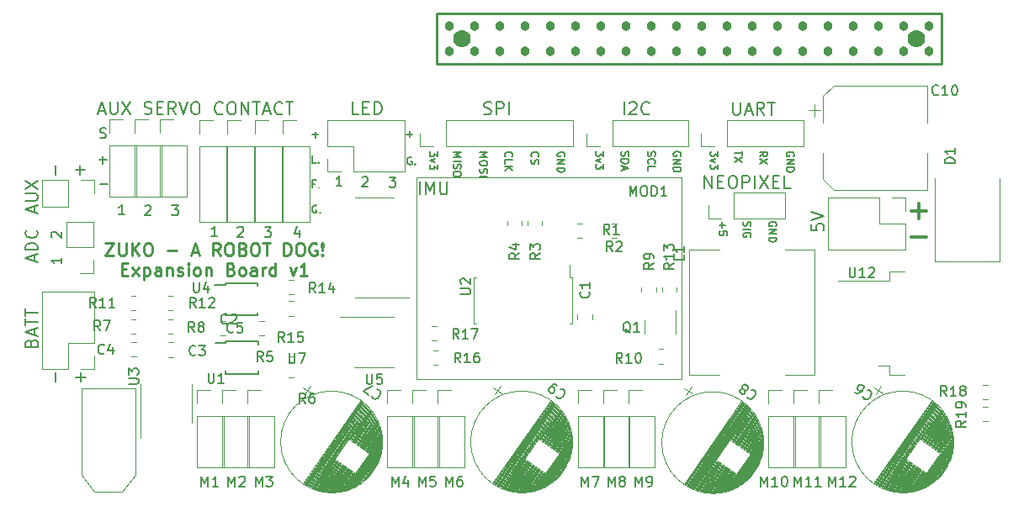
<source format=gbr>
%TF.GenerationSoftware,KiCad,Pcbnew,(6.0.1)*%
%TF.CreationDate,2022-02-15T19:49:30-05:00*%
%TF.ProjectId,expansion-board,65787061-6e73-4696-9f6e-2d626f617264,rev?*%
%TF.SameCoordinates,Original*%
%TF.FileFunction,Legend,Top*%
%TF.FilePolarity,Positive*%
%FSLAX46Y46*%
G04 Gerber Fmt 4.6, Leading zero omitted, Abs format (unit mm)*
G04 Created by KiCad (PCBNEW (6.0.1)) date 2022-02-15 19:49:30*
%MOMM*%
%LPD*%
G01*
G04 APERTURE LIST*
%ADD10C,0.190500*%
%ADD11C,0.203200*%
%ADD12C,0.300000*%
%ADD13C,0.254000*%
%ADD14C,0.150000*%
%ADD15C,0.120000*%
%ADD16C,0.965200*%
%ADD17C,1.778000*%
G04 APERTURE END LIST*
D10*
X102278142Y-46539000D02*
X102205571Y-46502714D01*
X102096714Y-46502714D01*
X101987857Y-46539000D01*
X101915285Y-46611571D01*
X101879000Y-46684142D01*
X101842714Y-46829285D01*
X101842714Y-46938142D01*
X101879000Y-47083285D01*
X101915285Y-47155857D01*
X101987857Y-47228428D01*
X102096714Y-47264714D01*
X102169285Y-47264714D01*
X102278142Y-47228428D01*
X102314428Y-47192142D01*
X102314428Y-46938142D01*
X102169285Y-46938142D01*
X102641000Y-47192142D02*
X102677285Y-47228428D01*
X102641000Y-47264714D01*
X102604714Y-47228428D01*
X102641000Y-47192142D01*
X102641000Y-47264714D01*
X101789714Y-44214428D02*
X102370285Y-44214428D01*
X102080000Y-44504714D02*
X102080000Y-43924142D01*
D11*
X95280278Y-49409612D02*
X94699707Y-49409612D01*
X94989993Y-49409612D02*
X94989993Y-48393612D01*
X94893231Y-48538754D01*
X94796469Y-48635516D01*
X94699707Y-48683897D01*
X100041333Y-48503619D02*
X100670285Y-48503619D01*
X100331619Y-48890666D01*
X100476761Y-48890666D01*
X100573523Y-48939047D01*
X100621904Y-48987428D01*
X100670285Y-49084190D01*
X100670285Y-49326095D01*
X100621904Y-49422857D01*
X100573523Y-49471238D01*
X100476761Y-49519619D01*
X100186476Y-49519619D01*
X100089714Y-49471238D01*
X100041333Y-49422857D01*
X97319717Y-48560375D02*
X97368098Y-48511995D01*
X97464860Y-48463614D01*
X97706764Y-48463614D01*
X97803526Y-48511995D01*
X97851907Y-48560375D01*
X97900288Y-48657137D01*
X97900288Y-48753899D01*
X97851907Y-48899042D01*
X97271336Y-49479614D01*
X97900288Y-49479614D01*
X90983523Y-53852285D02*
X90983523Y-54529619D01*
X90741619Y-53465238D02*
X90499714Y-54190952D01*
X91128666Y-54190952D01*
X82740269Y-54459614D02*
X82159698Y-54459614D01*
X82449984Y-54459614D02*
X82449984Y-53443614D01*
X82353222Y-53588756D01*
X82256460Y-53685518D01*
X82159698Y-53733899D01*
X87501324Y-53553621D02*
X88130276Y-53553621D01*
X87791610Y-53940668D01*
X87936752Y-53940668D01*
X88033514Y-53989049D01*
X88081895Y-54037430D01*
X88130276Y-54134192D01*
X88130276Y-54376097D01*
X88081895Y-54472859D01*
X88033514Y-54521240D01*
X87936752Y-54569621D01*
X87646467Y-54569621D01*
X87549705Y-54521240D01*
X87501324Y-54472859D01*
X84779708Y-53610377D02*
X84828089Y-53561997D01*
X84924851Y-53513616D01*
X85166755Y-53513616D01*
X85263517Y-53561997D01*
X85311898Y-53610377D01*
X85360279Y-53707139D01*
X85360279Y-53803901D01*
X85311898Y-53949044D01*
X84731327Y-54529616D01*
X85360279Y-54529616D01*
X78171336Y-51373614D02*
X78800288Y-51373614D01*
X78461622Y-51760661D01*
X78606764Y-51760661D01*
X78703526Y-51809042D01*
X78751907Y-51857423D01*
X78800288Y-51954185D01*
X78800288Y-52196090D01*
X78751907Y-52292852D01*
X78703526Y-52341233D01*
X78606764Y-52389614D01*
X78316479Y-52389614D01*
X78219717Y-52341233D01*
X78171336Y-52292852D01*
X75449720Y-51430370D02*
X75498101Y-51381990D01*
X75594863Y-51333609D01*
X75836767Y-51333609D01*
X75933529Y-51381990D01*
X75981910Y-51430370D01*
X76030291Y-51527132D01*
X76030291Y-51623894D01*
X75981910Y-51769037D01*
X75401339Y-52349609D01*
X76030291Y-52349609D01*
X73410281Y-52279607D02*
X72829710Y-52279607D01*
X73119996Y-52279607D02*
X73119996Y-51263607D01*
X73023234Y-51408749D01*
X72926472Y-51505511D01*
X72829710Y-51553892D01*
D12*
X152548095Y-54512857D02*
X154071904Y-54512857D01*
X152536095Y-51942857D02*
X154059904Y-51942857D01*
X153298000Y-52704761D02*
X153298000Y-51180952D01*
D11*
X142504523Y-53241904D02*
X142504523Y-53846666D01*
X143109285Y-53907142D01*
X143048809Y-53846666D01*
X142988333Y-53725714D01*
X142988333Y-53423333D01*
X143048809Y-53302380D01*
X143109285Y-53241904D01*
X143230238Y-53181428D01*
X143532619Y-53181428D01*
X143653571Y-53241904D01*
X143714047Y-53302380D01*
X143774523Y-53423333D01*
X143774523Y-53725714D01*
X143714047Y-53846666D01*
X143653571Y-53907142D01*
X142504523Y-52818571D02*
X143774523Y-52395238D01*
X142504523Y-51971904D01*
X67029619Y-56639714D02*
X67029619Y-57220285D01*
X67029619Y-56930000D02*
X66013619Y-56930000D01*
X66158761Y-57026761D01*
X66255523Y-57123523D01*
X66303904Y-57220285D01*
X66110380Y-54590285D02*
X66062000Y-54541904D01*
X66013619Y-54445142D01*
X66013619Y-54203238D01*
X66062000Y-54106476D01*
X66110380Y-54058095D01*
X66207142Y-54009714D01*
X66303904Y-54009714D01*
X66449047Y-54058095D01*
X67029619Y-54638666D01*
X67029619Y-54009714D01*
X66449285Y-68176190D02*
X66449285Y-69143809D01*
X69473809Y-68669285D02*
X68506190Y-68669285D01*
X68990000Y-68185476D02*
X68990000Y-69153095D01*
X64029274Y-65231190D02*
X64089750Y-65049761D01*
X64150227Y-64989285D01*
X64271179Y-64928809D01*
X64452608Y-64928809D01*
X64573560Y-64989285D01*
X64634036Y-65049761D01*
X64694512Y-65170714D01*
X64694512Y-65654523D01*
X63424512Y-65654523D01*
X63424512Y-65231190D01*
X63484989Y-65110238D01*
X63545465Y-65049761D01*
X63666417Y-64989285D01*
X63787369Y-64989285D01*
X63908322Y-65049761D01*
X63968798Y-65110238D01*
X64029274Y-65231190D01*
X64029274Y-65654523D01*
X64331655Y-64445000D02*
X64331655Y-63840238D01*
X64694512Y-64565952D02*
X63424512Y-64142619D01*
X64694512Y-63719285D01*
X63424512Y-63477380D02*
X63424512Y-62751666D01*
X64694512Y-63114523D02*
X63424512Y-63114523D01*
X63424512Y-62509761D02*
X63424512Y-61784047D01*
X64694512Y-62146904D02*
X63424512Y-62146904D01*
X64331655Y-52052391D02*
X64331655Y-51447630D01*
X64694512Y-52173344D02*
X63424512Y-51750011D01*
X64694512Y-51326677D01*
X63424512Y-50903344D02*
X64452608Y-50903344D01*
X64573560Y-50842868D01*
X64634036Y-50782391D01*
X64694512Y-50661439D01*
X64694512Y-50419534D01*
X64634036Y-50298582D01*
X64573560Y-50238106D01*
X64452608Y-50177630D01*
X63424512Y-50177630D01*
X63424512Y-49693820D02*
X64694512Y-48847153D01*
X63424512Y-48847153D02*
X64694512Y-49693820D01*
X66429285Y-47356190D02*
X66429285Y-48323809D01*
X69413809Y-47799285D02*
X68446190Y-47799285D01*
X68930000Y-47315476D02*
X68930000Y-48283095D01*
X70932952Y-49192571D02*
X71707047Y-49192571D01*
X70832952Y-46792571D02*
X71607047Y-46792571D01*
X71220000Y-47179619D02*
X71220000Y-46405523D01*
X70929714Y-44531238D02*
X71074857Y-44579619D01*
X71316761Y-44579619D01*
X71413523Y-44531238D01*
X71461904Y-44482857D01*
X71510285Y-44386095D01*
X71510285Y-44289333D01*
X71461904Y-44192571D01*
X71413523Y-44144190D01*
X71316761Y-44095809D01*
X71123238Y-44047428D01*
X71026476Y-43999047D01*
X70978095Y-43950666D01*
X70929714Y-43853904D01*
X70929714Y-43757142D01*
X70978095Y-43660380D01*
X71026476Y-43612000D01*
X71123238Y-43563619D01*
X71365142Y-43563619D01*
X71510285Y-43612000D01*
D10*
X92555571Y-49198916D02*
X92301571Y-49198916D01*
X92301571Y-49598059D02*
X92301571Y-48836059D01*
X92664428Y-48836059D01*
X92954714Y-49525487D02*
X92991000Y-49561773D01*
X92954714Y-49598059D01*
X92918428Y-49561773D01*
X92954714Y-49525487D01*
X92954714Y-49598059D01*
X92700713Y-51405665D02*
X92628142Y-51369379D01*
X92519285Y-51369379D01*
X92410428Y-51405665D01*
X92337856Y-51478236D01*
X92301571Y-51550807D01*
X92265285Y-51695950D01*
X92265285Y-51804807D01*
X92301571Y-51949950D01*
X92337856Y-52022522D01*
X92410428Y-52095093D01*
X92519285Y-52131379D01*
X92591856Y-52131379D01*
X92700713Y-52095093D01*
X92736999Y-52058807D01*
X92736999Y-51804807D01*
X92591856Y-51804807D01*
X93063571Y-52058807D02*
X93099856Y-52095093D01*
X93063571Y-52131379D01*
X93027285Y-52095093D01*
X93063571Y-52058807D01*
X93063571Y-52131379D01*
X92301571Y-44241108D02*
X92882142Y-44241108D01*
X92591857Y-44531394D02*
X92591857Y-43950822D01*
X92664428Y-47064714D02*
X92301571Y-47064714D01*
X92301571Y-46302714D01*
X92918428Y-46992142D02*
X92954714Y-47028428D01*
X92918428Y-47064714D01*
X92882142Y-47028428D01*
X92918428Y-46992142D01*
X92918428Y-47064714D01*
D11*
X103079047Y-50254523D02*
X103079047Y-48984523D01*
X103683809Y-50254523D02*
X103683809Y-48984523D01*
X104107142Y-49891666D01*
X104530476Y-48984523D01*
X104530476Y-50254523D01*
X105135238Y-48984523D02*
X105135238Y-50012619D01*
X105195714Y-50133571D01*
X105256190Y-50194047D01*
X105377142Y-50254523D01*
X105619047Y-50254523D01*
X105740000Y-50194047D01*
X105800476Y-50133571D01*
X105860952Y-50012619D01*
X105860952Y-48984523D01*
X83281930Y-42098976D02*
X83221454Y-42159452D01*
X83040025Y-42219928D01*
X82919073Y-42219928D01*
X82737644Y-42159452D01*
X82616692Y-42038500D01*
X82556216Y-41917547D01*
X82495739Y-41675643D01*
X82495739Y-41494214D01*
X82556216Y-41252309D01*
X82616692Y-41131357D01*
X82737644Y-41010405D01*
X82919073Y-40949928D01*
X83040025Y-40949928D01*
X83221454Y-41010405D01*
X83281930Y-41070881D01*
X84068120Y-40949928D02*
X84310025Y-40949928D01*
X84430977Y-41010405D01*
X84551930Y-41131357D01*
X84612406Y-41373262D01*
X84612406Y-41796595D01*
X84551930Y-42038500D01*
X84430977Y-42159452D01*
X84310025Y-42219928D01*
X84068120Y-42219928D01*
X83947168Y-42159452D01*
X83826216Y-42038500D01*
X83765739Y-41796595D01*
X83765739Y-41373262D01*
X83826216Y-41131357D01*
X83947168Y-41010405D01*
X84068120Y-40949928D01*
X85156692Y-42219928D02*
X85156692Y-40949928D01*
X85882406Y-42219928D01*
X85882406Y-40949928D01*
X86305739Y-40949928D02*
X87031454Y-40949928D01*
X86668596Y-42219928D02*
X86668596Y-40949928D01*
X87394311Y-41857071D02*
X87999073Y-41857071D01*
X87273358Y-42219928D02*
X87696692Y-40949928D01*
X88120025Y-42219928D01*
X89269073Y-42098976D02*
X89208596Y-42159452D01*
X89027168Y-42219928D01*
X88906216Y-42219928D01*
X88724787Y-42159452D01*
X88603835Y-42038500D01*
X88543358Y-41917547D01*
X88482882Y-41675643D01*
X88482882Y-41494214D01*
X88543358Y-41252309D01*
X88603835Y-41131357D01*
X88724787Y-41010405D01*
X88906216Y-40949928D01*
X89027168Y-40949928D01*
X89208596Y-41010405D01*
X89269073Y-41070881D01*
X89631930Y-40949928D02*
X90357644Y-40949928D01*
X89994787Y-42219928D02*
X89994787Y-40949928D01*
X96973571Y-42204523D02*
X96368809Y-42204523D01*
X96368809Y-40934523D01*
X97396904Y-41539285D02*
X97820238Y-41539285D01*
X98001666Y-42204523D02*
X97396904Y-42204523D01*
X97396904Y-40934523D01*
X98001666Y-40934523D01*
X98545952Y-42204523D02*
X98545952Y-40934523D01*
X98848333Y-40934523D01*
X99029761Y-40995000D01*
X99150714Y-41115952D01*
X99211190Y-41236904D01*
X99271666Y-41478809D01*
X99271666Y-41660238D01*
X99211190Y-41902142D01*
X99150714Y-42023095D01*
X99029761Y-42144047D01*
X98848333Y-42204523D01*
X98545952Y-42204523D01*
X70806216Y-41817071D02*
X71410977Y-41817071D01*
X70685263Y-42179928D02*
X71108596Y-40909928D01*
X71531930Y-42179928D01*
X71955263Y-40909928D02*
X71955263Y-41938024D01*
X72015739Y-42058976D01*
X72076216Y-42119452D01*
X72197168Y-42179928D01*
X72439073Y-42179928D01*
X72560025Y-42119452D01*
X72620501Y-42058976D01*
X72680977Y-41938024D01*
X72680977Y-40909928D01*
X73164787Y-40909928D02*
X74011454Y-42179928D01*
X74011454Y-40909928D02*
X73164787Y-42179928D01*
X75402406Y-42119452D02*
X75583835Y-42179928D01*
X75886216Y-42179928D01*
X76007168Y-42119452D01*
X76067644Y-42058976D01*
X76128120Y-41938024D01*
X76128120Y-41817071D01*
X76067644Y-41696119D01*
X76007168Y-41635643D01*
X75886216Y-41575166D01*
X75644311Y-41514690D01*
X75523358Y-41454214D01*
X75462882Y-41393738D01*
X75402406Y-41272785D01*
X75402406Y-41151833D01*
X75462882Y-41030881D01*
X75523358Y-40970405D01*
X75644311Y-40909928D01*
X75946692Y-40909928D01*
X76128120Y-40970405D01*
X76672406Y-41514690D02*
X77095739Y-41514690D01*
X77277168Y-42179928D02*
X76672406Y-42179928D01*
X76672406Y-40909928D01*
X77277168Y-40909928D01*
X78547168Y-42179928D02*
X78123835Y-41575166D01*
X77821454Y-42179928D02*
X77821454Y-40909928D01*
X78305263Y-40909928D01*
X78426216Y-40970405D01*
X78486692Y-41030881D01*
X78547168Y-41151833D01*
X78547168Y-41333262D01*
X78486692Y-41454214D01*
X78426216Y-41514690D01*
X78305263Y-41575166D01*
X77821454Y-41575166D01*
X78910025Y-40909928D02*
X79333358Y-42179928D01*
X79756692Y-40909928D01*
X80421930Y-40909928D02*
X80663835Y-40909928D01*
X80784787Y-40970405D01*
X80905739Y-41091357D01*
X80966216Y-41333262D01*
X80966216Y-41756595D01*
X80905739Y-41998500D01*
X80784787Y-42119452D01*
X80663835Y-42179928D01*
X80421930Y-42179928D01*
X80300977Y-42119452D01*
X80180025Y-41998500D01*
X80119549Y-41756595D01*
X80119549Y-41333262D01*
X80180025Y-41091357D01*
X80300977Y-40970405D01*
X80421930Y-40909928D01*
X131766666Y-49644523D02*
X131766666Y-48374523D01*
X132492380Y-49644523D01*
X132492380Y-48374523D01*
X133097142Y-48979285D02*
X133520476Y-48979285D01*
X133701904Y-49644523D02*
X133097142Y-49644523D01*
X133097142Y-48374523D01*
X133701904Y-48374523D01*
X134488095Y-48374523D02*
X134730000Y-48374523D01*
X134850952Y-48435000D01*
X134971904Y-48555952D01*
X135032380Y-48797857D01*
X135032380Y-49221190D01*
X134971904Y-49463095D01*
X134850952Y-49584047D01*
X134730000Y-49644523D01*
X134488095Y-49644523D01*
X134367142Y-49584047D01*
X134246190Y-49463095D01*
X134185714Y-49221190D01*
X134185714Y-48797857D01*
X134246190Y-48555952D01*
X134367142Y-48435000D01*
X134488095Y-48374523D01*
X135576666Y-49644523D02*
X135576666Y-48374523D01*
X136060476Y-48374523D01*
X136181428Y-48435000D01*
X136241904Y-48495476D01*
X136302380Y-48616428D01*
X136302380Y-48797857D01*
X136241904Y-48918809D01*
X136181428Y-48979285D01*
X136060476Y-49039761D01*
X135576666Y-49039761D01*
X136846666Y-49644523D02*
X136846666Y-48374523D01*
X137330476Y-48374523D02*
X138177142Y-49644523D01*
X138177142Y-48374523D02*
X137330476Y-49644523D01*
X138660952Y-48979285D02*
X139084285Y-48979285D01*
X139265714Y-49644523D02*
X138660952Y-49644523D01*
X138660952Y-48374523D01*
X139265714Y-48374523D01*
X140414761Y-49644523D02*
X139810000Y-49644523D01*
X139810000Y-48374523D01*
D10*
X133107285Y-45927714D02*
X133107285Y-46399428D01*
X132817000Y-46145428D01*
X132817000Y-46254285D01*
X132780714Y-46326857D01*
X132744428Y-46363142D01*
X132671857Y-46399428D01*
X132490428Y-46399428D01*
X132417857Y-46363142D01*
X132381571Y-46326857D01*
X132345285Y-46254285D01*
X132345285Y-46036571D01*
X132381571Y-45963999D01*
X132417857Y-45927714D01*
X132853285Y-46653428D02*
X132345285Y-46834857D01*
X132853285Y-47016285D01*
X133107285Y-47233999D02*
X133107285Y-47705714D01*
X132817000Y-47451714D01*
X132817000Y-47560571D01*
X132780714Y-47633142D01*
X132744428Y-47669428D01*
X132671857Y-47705714D01*
X132490428Y-47705714D01*
X132417857Y-47669428D01*
X132381571Y-47633142D01*
X132345285Y-47560571D01*
X132345285Y-47342857D01*
X132381571Y-47270285D01*
X132417857Y-47233999D01*
X137295285Y-46435714D02*
X137658142Y-46181714D01*
X137295285Y-46000285D02*
X138057285Y-46000285D01*
X138057285Y-46290571D01*
X138021000Y-46363142D01*
X137984714Y-46399428D01*
X137912142Y-46435714D01*
X137803285Y-46435714D01*
X137730714Y-46399428D01*
X137694428Y-46363142D01*
X137658142Y-46290571D01*
X137658142Y-46000285D01*
X138057285Y-46689714D02*
X137295285Y-47197714D01*
X138057285Y-47197714D02*
X137295285Y-46689714D01*
X135507285Y-45891428D02*
X135507285Y-46326857D01*
X134745285Y-46109142D02*
X135507285Y-46109142D01*
X135507285Y-46508285D02*
X134745285Y-47016285D01*
X135507285Y-47016285D02*
X134745285Y-46508285D01*
X140721000Y-46399428D02*
X140757285Y-46326857D01*
X140757285Y-46218000D01*
X140721000Y-46109142D01*
X140648428Y-46036571D01*
X140575857Y-46000285D01*
X140430714Y-45964000D01*
X140321857Y-45964000D01*
X140176714Y-46000285D01*
X140104142Y-46036571D01*
X140031571Y-46109142D01*
X139995285Y-46218000D01*
X139995285Y-46290571D01*
X140031571Y-46399428D01*
X140067857Y-46435714D01*
X140321857Y-46435714D01*
X140321857Y-46290571D01*
X139995285Y-46762285D02*
X140757285Y-46762285D01*
X139995285Y-47197714D01*
X140757285Y-47197714D01*
X139995285Y-47560571D02*
X140757285Y-47560571D01*
X140757285Y-47742000D01*
X140721000Y-47850857D01*
X140648428Y-47923428D01*
X140575857Y-47959714D01*
X140430714Y-47996000D01*
X140321857Y-47996000D01*
X140176714Y-47959714D01*
X140104142Y-47923428D01*
X140031571Y-47850857D01*
X139995285Y-47742000D01*
X139995285Y-47560571D01*
D11*
X134614047Y-40974523D02*
X134614047Y-42002619D01*
X134674523Y-42123571D01*
X134735000Y-42184047D01*
X134855952Y-42244523D01*
X135097857Y-42244523D01*
X135218809Y-42184047D01*
X135279285Y-42123571D01*
X135339761Y-42002619D01*
X135339761Y-40974523D01*
X135884047Y-41881666D02*
X136488809Y-41881666D01*
X135763095Y-42244523D02*
X136186428Y-40974523D01*
X136609761Y-42244523D01*
X137758809Y-42244523D02*
X137335476Y-41639761D01*
X137033095Y-42244523D02*
X137033095Y-40974523D01*
X137516904Y-40974523D01*
X137637857Y-41035000D01*
X137698333Y-41095476D01*
X137758809Y-41216428D01*
X137758809Y-41397857D01*
X137698333Y-41518809D01*
X137637857Y-41579285D01*
X137516904Y-41639761D01*
X137033095Y-41639761D01*
X138121666Y-40974523D02*
X138847380Y-40974523D01*
X138484523Y-42244523D02*
X138484523Y-40974523D01*
D10*
X117681000Y-46429428D02*
X117717285Y-46356857D01*
X117717285Y-46248000D01*
X117681000Y-46139142D01*
X117608428Y-46066571D01*
X117535857Y-46030285D01*
X117390714Y-45994000D01*
X117281857Y-45994000D01*
X117136714Y-46030285D01*
X117064142Y-46066571D01*
X116991571Y-46139142D01*
X116955285Y-46248000D01*
X116955285Y-46320571D01*
X116991571Y-46429428D01*
X117027857Y-46465714D01*
X117281857Y-46465714D01*
X117281857Y-46320571D01*
X116955285Y-46792285D02*
X117717285Y-46792285D01*
X116955285Y-47227714D01*
X117717285Y-47227714D01*
X116955285Y-47590571D02*
X117717285Y-47590571D01*
X117717285Y-47772000D01*
X117681000Y-47880857D01*
X117608428Y-47953428D01*
X117535857Y-47989714D01*
X117390714Y-48026000D01*
X117281857Y-48026000D01*
X117136714Y-47989714D01*
X117064142Y-47953428D01*
X116991571Y-47880857D01*
X116955285Y-47772000D01*
X116955285Y-47590571D01*
X111737857Y-46465713D02*
X111701571Y-46429427D01*
X111665285Y-46320570D01*
X111665285Y-46247999D01*
X111701571Y-46139142D01*
X111774142Y-46066570D01*
X111846714Y-46030285D01*
X111991857Y-45993999D01*
X112100714Y-45993999D01*
X112245857Y-46030285D01*
X112318428Y-46066570D01*
X112391000Y-46139142D01*
X112427285Y-46247999D01*
X112427285Y-46320570D01*
X112391000Y-46429427D01*
X112354714Y-46465713D01*
X111665285Y-47155142D02*
X111665285Y-46792285D01*
X112427285Y-46792285D01*
X111665285Y-47409142D02*
X112427285Y-47409142D01*
X111665285Y-47844570D02*
X112100714Y-47517999D01*
X112427285Y-47844570D02*
X111991857Y-47409142D01*
X106495285Y-46030285D02*
X107257285Y-46030285D01*
X106713000Y-46284285D01*
X107257285Y-46538285D01*
X106495285Y-46538285D01*
X106495285Y-46901142D02*
X107257285Y-46901142D01*
X106531571Y-47227714D02*
X106495285Y-47336571D01*
X106495285Y-47517999D01*
X106531571Y-47590571D01*
X106567857Y-47626856D01*
X106640428Y-47663142D01*
X106713000Y-47663142D01*
X106785571Y-47626856D01*
X106821857Y-47590571D01*
X106858142Y-47517999D01*
X106894428Y-47372856D01*
X106930714Y-47300285D01*
X106967000Y-47263999D01*
X107039571Y-47227714D01*
X107112142Y-47227714D01*
X107184714Y-47263999D01*
X107221000Y-47300285D01*
X107257285Y-47372856D01*
X107257285Y-47554285D01*
X107221000Y-47663142D01*
X107257285Y-48134856D02*
X107257285Y-48279999D01*
X107221000Y-48352571D01*
X107148428Y-48425142D01*
X107003285Y-48461428D01*
X106749285Y-48461428D01*
X106604142Y-48425142D01*
X106531571Y-48352571D01*
X106495285Y-48279999D01*
X106495285Y-48134856D01*
X106531571Y-48062285D01*
X106604142Y-47989714D01*
X106749285Y-47953428D01*
X107003285Y-47953428D01*
X107148428Y-47989714D01*
X107221000Y-48062285D01*
X107257285Y-48134856D01*
X104857285Y-45957714D02*
X104857285Y-46429428D01*
X104567000Y-46175428D01*
X104567000Y-46284285D01*
X104530714Y-46356857D01*
X104494428Y-46393142D01*
X104421857Y-46429428D01*
X104240428Y-46429428D01*
X104167857Y-46393142D01*
X104131571Y-46356857D01*
X104095285Y-46284285D01*
X104095285Y-46066571D01*
X104131571Y-45993999D01*
X104167857Y-45957714D01*
X104603285Y-46683428D02*
X104095285Y-46864857D01*
X104603285Y-47046285D01*
X104857285Y-47263999D02*
X104857285Y-47735714D01*
X104567000Y-47481714D01*
X104567000Y-47590571D01*
X104530714Y-47663142D01*
X104494428Y-47699428D01*
X104421857Y-47735714D01*
X104240428Y-47735714D01*
X104167857Y-47699428D01*
X104131571Y-47663142D01*
X104095285Y-47590571D01*
X104095285Y-47372857D01*
X104131571Y-47300285D01*
X104167857Y-47263999D01*
X114377864Y-46465714D02*
X114341578Y-46429428D01*
X114305292Y-46320571D01*
X114305292Y-46247999D01*
X114341578Y-46139142D01*
X114414149Y-46066571D01*
X114486721Y-46030285D01*
X114631864Y-45993999D01*
X114740721Y-45993999D01*
X114885864Y-46030285D01*
X114958435Y-46066571D01*
X115031007Y-46139142D01*
X115067292Y-46247999D01*
X115067292Y-46320571D01*
X115031007Y-46429428D01*
X114994721Y-46465714D01*
X114341578Y-46755999D02*
X114305292Y-46864856D01*
X114305292Y-47046285D01*
X114341578Y-47118856D01*
X114377864Y-47155142D01*
X114450435Y-47191428D01*
X114523007Y-47191428D01*
X114595578Y-47155142D01*
X114631864Y-47118856D01*
X114668149Y-47046285D01*
X114704435Y-46901142D01*
X114740721Y-46828571D01*
X114777007Y-46792285D01*
X114849578Y-46755999D01*
X114922149Y-46755999D01*
X114994721Y-46792285D01*
X115031007Y-46828571D01*
X115067292Y-46901142D01*
X115067292Y-47082571D01*
X115031007Y-47191428D01*
X109155290Y-46030285D02*
X109917290Y-46030285D01*
X109373005Y-46284285D01*
X109917290Y-46538285D01*
X109155290Y-46538285D01*
X109917290Y-47046285D02*
X109917290Y-47191428D01*
X109881005Y-47263999D01*
X109808433Y-47336571D01*
X109663290Y-47372856D01*
X109409290Y-47372856D01*
X109264147Y-47336571D01*
X109191576Y-47263999D01*
X109155290Y-47191428D01*
X109155290Y-47046285D01*
X109191576Y-46973714D01*
X109264147Y-46901142D01*
X109409290Y-46864856D01*
X109663290Y-46864856D01*
X109808433Y-46901142D01*
X109881005Y-46973714D01*
X109917290Y-47046285D01*
X109191576Y-47663142D02*
X109155290Y-47771999D01*
X109155290Y-47953428D01*
X109191576Y-48025999D01*
X109227862Y-48062285D01*
X109300433Y-48098571D01*
X109373005Y-48098571D01*
X109445576Y-48062285D01*
X109481862Y-48025999D01*
X109518147Y-47953428D01*
X109554433Y-47808285D01*
X109590719Y-47735714D01*
X109627005Y-47699428D01*
X109699576Y-47663142D01*
X109772147Y-47663142D01*
X109844719Y-47699428D01*
X109881005Y-47735714D01*
X109917290Y-47808285D01*
X109917290Y-47989714D01*
X109881005Y-48098571D01*
X109155290Y-48425142D02*
X109917290Y-48425142D01*
D11*
X109579761Y-42154047D02*
X109761190Y-42214523D01*
X110063571Y-42214523D01*
X110184523Y-42154047D01*
X110245000Y-42093571D01*
X110305476Y-41972619D01*
X110305476Y-41851666D01*
X110245000Y-41730714D01*
X110184523Y-41670238D01*
X110063571Y-41609761D01*
X109821666Y-41549285D01*
X109700714Y-41488809D01*
X109640238Y-41428333D01*
X109579761Y-41307380D01*
X109579761Y-41186428D01*
X109640238Y-41065476D01*
X109700714Y-41005000D01*
X109821666Y-40944523D01*
X110124047Y-40944523D01*
X110305476Y-41005000D01*
X110849761Y-42214523D02*
X110849761Y-40944523D01*
X111333571Y-40944523D01*
X111454523Y-41005000D01*
X111515000Y-41065476D01*
X111575476Y-41186428D01*
X111575476Y-41367857D01*
X111515000Y-41488809D01*
X111454523Y-41549285D01*
X111333571Y-41609761D01*
X110849761Y-41609761D01*
X112119761Y-42214523D02*
X112119761Y-40944523D01*
X123650238Y-42214523D02*
X123650238Y-40944523D01*
X124194523Y-41065476D02*
X124255000Y-41005000D01*
X124375952Y-40944523D01*
X124678333Y-40944523D01*
X124799285Y-41005000D01*
X124859761Y-41065476D01*
X124920238Y-41186428D01*
X124920238Y-41307380D01*
X124859761Y-41488809D01*
X124134047Y-42214523D01*
X124920238Y-42214523D01*
X126190238Y-42093571D02*
X126129761Y-42154047D01*
X125948333Y-42214523D01*
X125827380Y-42214523D01*
X125645952Y-42154047D01*
X125525000Y-42033095D01*
X125464523Y-41912142D01*
X125404047Y-41670238D01*
X125404047Y-41488809D01*
X125464523Y-41246904D01*
X125525000Y-41125952D01*
X125645952Y-41005000D01*
X125827380Y-40944523D01*
X125948333Y-40944523D01*
X126129761Y-41005000D01*
X126190238Y-41065476D01*
D10*
X129336000Y-46388286D02*
X129372285Y-46315715D01*
X129372285Y-46206858D01*
X129336000Y-46098000D01*
X129263428Y-46025429D01*
X129190857Y-45989143D01*
X129045714Y-45952858D01*
X128936857Y-45952858D01*
X128791714Y-45989143D01*
X128719142Y-46025429D01*
X128646571Y-46098000D01*
X128610285Y-46206858D01*
X128610285Y-46279429D01*
X128646571Y-46388286D01*
X128682857Y-46424572D01*
X128936857Y-46424572D01*
X128936857Y-46279429D01*
X128610285Y-46751143D02*
X129372285Y-46751143D01*
X128610285Y-47186572D01*
X129372285Y-47186572D01*
X128610285Y-47549429D02*
X129372285Y-47549429D01*
X129372285Y-47730858D01*
X129336000Y-47839715D01*
X129263428Y-47912286D01*
X129190857Y-47948572D01*
X129045714Y-47984858D01*
X128936857Y-47984858D01*
X128791714Y-47948572D01*
X128719142Y-47912286D01*
X128646571Y-47839715D01*
X128610285Y-47730858D01*
X128610285Y-47549429D01*
X126071571Y-45952857D02*
X126035285Y-46061714D01*
X126035285Y-46243142D01*
X126071571Y-46315714D01*
X126107857Y-46352000D01*
X126180428Y-46388285D01*
X126253000Y-46388285D01*
X126325571Y-46352000D01*
X126361857Y-46315714D01*
X126398142Y-46243142D01*
X126434428Y-46098000D01*
X126470714Y-46025428D01*
X126507000Y-45989142D01*
X126579571Y-45952857D01*
X126652142Y-45952857D01*
X126724714Y-45989142D01*
X126761000Y-46025428D01*
X126797285Y-46098000D01*
X126797285Y-46279428D01*
X126761000Y-46388285D01*
X126107857Y-47150285D02*
X126071571Y-47114000D01*
X126035285Y-47005142D01*
X126035285Y-46932571D01*
X126071571Y-46823714D01*
X126144142Y-46751142D01*
X126216714Y-46714857D01*
X126361857Y-46678571D01*
X126470714Y-46678571D01*
X126615857Y-46714857D01*
X126688428Y-46751142D01*
X126761000Y-46823714D01*
X126797285Y-46932571D01*
X126797285Y-47005142D01*
X126761000Y-47114000D01*
X126724714Y-47150285D01*
X126035285Y-47839714D02*
X126035285Y-47476857D01*
X126797285Y-47476857D01*
X121597285Y-45916572D02*
X121597285Y-46388286D01*
X121307000Y-46134286D01*
X121307000Y-46243143D01*
X121270714Y-46315715D01*
X121234428Y-46352000D01*
X121161857Y-46388286D01*
X120980428Y-46388286D01*
X120907857Y-46352000D01*
X120871571Y-46315715D01*
X120835285Y-46243143D01*
X120835285Y-46025429D01*
X120871571Y-45952857D01*
X120907857Y-45916572D01*
X121343285Y-46642286D02*
X120835285Y-46823715D01*
X121343285Y-47005143D01*
X121597285Y-47222857D02*
X121597285Y-47694572D01*
X121307000Y-47440572D01*
X121307000Y-47549429D01*
X121270714Y-47622000D01*
X121234428Y-47658286D01*
X121161857Y-47694572D01*
X120980428Y-47694572D01*
X120907857Y-47658286D01*
X120871571Y-47622000D01*
X120835285Y-47549429D01*
X120835285Y-47331715D01*
X120871571Y-47259143D01*
X120907857Y-47222857D01*
X123421571Y-45952857D02*
X123385285Y-46061714D01*
X123385285Y-46243143D01*
X123421571Y-46315714D01*
X123457857Y-46352000D01*
X123530428Y-46388285D01*
X123603000Y-46388285D01*
X123675571Y-46352000D01*
X123711857Y-46315714D01*
X123748142Y-46243143D01*
X123784428Y-46098000D01*
X123820714Y-46025428D01*
X123857000Y-45989143D01*
X123929571Y-45952857D01*
X124002142Y-45952857D01*
X124074714Y-45989143D01*
X124111000Y-46025428D01*
X124147285Y-46098000D01*
X124147285Y-46279428D01*
X124111000Y-46388285D01*
X123385285Y-46714857D02*
X124147285Y-46714857D01*
X124147285Y-46896285D01*
X124111000Y-47005143D01*
X124038428Y-47077714D01*
X123965857Y-47114000D01*
X123820714Y-47150285D01*
X123711857Y-47150285D01*
X123566714Y-47114000D01*
X123494142Y-47077714D01*
X123421571Y-47005143D01*
X123385285Y-46896285D01*
X123385285Y-46714857D01*
X123603000Y-47440571D02*
X123603000Y-47803428D01*
X123385285Y-47368000D02*
X124147285Y-47622000D01*
X123385285Y-47876000D01*
X135696571Y-53003999D02*
X135660285Y-53112856D01*
X135660285Y-53294284D01*
X135696571Y-53366856D01*
X135732857Y-53403142D01*
X135805428Y-53439427D01*
X135878000Y-53439427D01*
X135950571Y-53403142D01*
X135986857Y-53366856D01*
X136023142Y-53294284D01*
X136059428Y-53149142D01*
X136095714Y-53076570D01*
X136132000Y-53040284D01*
X136204571Y-53003999D01*
X136277142Y-53003999D01*
X136349714Y-53040284D01*
X136386000Y-53076570D01*
X136422285Y-53149142D01*
X136422285Y-53330570D01*
X136386000Y-53439427D01*
X135660285Y-53765999D02*
X136422285Y-53765999D01*
X136386000Y-54527999D02*
X136422285Y-54455427D01*
X136422285Y-54346570D01*
X136386000Y-54237713D01*
X136313428Y-54165142D01*
X136240857Y-54128856D01*
X136095714Y-54092570D01*
X135986857Y-54092570D01*
X135841714Y-54128856D01*
X135769142Y-54165142D01*
X135696571Y-54237713D01*
X135660285Y-54346570D01*
X135660285Y-54419142D01*
X135696571Y-54527999D01*
X135732857Y-54564284D01*
X135986857Y-54564284D01*
X135986857Y-54419142D01*
X138961000Y-53439428D02*
X138997285Y-53366857D01*
X138997285Y-53258000D01*
X138961000Y-53149142D01*
X138888428Y-53076571D01*
X138815857Y-53040285D01*
X138670714Y-53004000D01*
X138561857Y-53004000D01*
X138416714Y-53040285D01*
X138344142Y-53076571D01*
X138271571Y-53149142D01*
X138235285Y-53258000D01*
X138235285Y-53330571D01*
X138271571Y-53439428D01*
X138307857Y-53475714D01*
X138561857Y-53475714D01*
X138561857Y-53330571D01*
X138235285Y-53802285D02*
X138997285Y-53802285D01*
X138235285Y-54237714D01*
X138997285Y-54237714D01*
X138235285Y-54600571D02*
X138997285Y-54600571D01*
X138997285Y-54782000D01*
X138961000Y-54890857D01*
X138888428Y-54963428D01*
X138815857Y-54999714D01*
X138670714Y-55036000D01*
X138561857Y-55036000D01*
X138416714Y-54999714D01*
X138344142Y-54963428D01*
X138271571Y-54890857D01*
X138235285Y-54782000D01*
X138235285Y-54600571D01*
X133525571Y-53040285D02*
X133525571Y-53620856D01*
X133235285Y-53330570D02*
X133815857Y-53330570D01*
X133997285Y-54346570D02*
X133997285Y-53983713D01*
X133634428Y-53947428D01*
X133670714Y-53983713D01*
X133707000Y-54056285D01*
X133707000Y-54237713D01*
X133670714Y-54310285D01*
X133634428Y-54346570D01*
X133561857Y-54382856D01*
X133380428Y-54382856D01*
X133307857Y-54346570D01*
X133271571Y-54310285D01*
X133235285Y-54237713D01*
X133235285Y-54056285D01*
X133271571Y-53983713D01*
X133307857Y-53947428D01*
D11*
X64331655Y-57012380D02*
X64331655Y-56407619D01*
X64694512Y-57133333D02*
X63424512Y-56710000D01*
X64694512Y-56286666D01*
X64694512Y-55863333D02*
X63424512Y-55863333D01*
X63424512Y-55560952D01*
X63484989Y-55379523D01*
X63605941Y-55258571D01*
X63726893Y-55198095D01*
X63968798Y-55137619D01*
X64150227Y-55137619D01*
X64392131Y-55198095D01*
X64513084Y-55258571D01*
X64634036Y-55379523D01*
X64694512Y-55560952D01*
X64694512Y-55863333D01*
X64573560Y-53867619D02*
X64634036Y-53928095D01*
X64694512Y-54109523D01*
X64694512Y-54230476D01*
X64634036Y-54411904D01*
X64513084Y-54532857D01*
X64392131Y-54593333D01*
X64150227Y-54653809D01*
X63968798Y-54653809D01*
X63726893Y-54593333D01*
X63605941Y-54532857D01*
X63484989Y-54411904D01*
X63424512Y-54230476D01*
X63424512Y-54109523D01*
X63484989Y-53928095D01*
X63545465Y-53867619D01*
D13*
X71473571Y-55142173D02*
X72320238Y-55142173D01*
X71473571Y-56412173D01*
X72320238Y-56412173D01*
X72804047Y-55142173D02*
X72804047Y-56170269D01*
X72864523Y-56291221D01*
X72925000Y-56351697D01*
X73045952Y-56412173D01*
X73287857Y-56412173D01*
X73408809Y-56351697D01*
X73469285Y-56291221D01*
X73529761Y-56170269D01*
X73529761Y-55142173D01*
X74134523Y-56412173D02*
X74134523Y-55142173D01*
X74860238Y-56412173D02*
X74315952Y-55686459D01*
X74860238Y-55142173D02*
X74134523Y-55867888D01*
X75646428Y-55142173D02*
X75888333Y-55142173D01*
X76009285Y-55202650D01*
X76130238Y-55323602D01*
X76190714Y-55565507D01*
X76190714Y-55988840D01*
X76130238Y-56230745D01*
X76009285Y-56351697D01*
X75888333Y-56412173D01*
X75646428Y-56412173D01*
X75525476Y-56351697D01*
X75404523Y-56230745D01*
X75344047Y-55988840D01*
X75344047Y-55565507D01*
X75404523Y-55323602D01*
X75525476Y-55202650D01*
X75646428Y-55142173D01*
X77702619Y-55928364D02*
X78670238Y-55928364D01*
X80182142Y-56049316D02*
X80786904Y-56049316D01*
X80061190Y-56412173D02*
X80484523Y-55142173D01*
X80907857Y-56412173D01*
X83024523Y-56412173D02*
X82601190Y-55807411D01*
X82298809Y-56412173D02*
X82298809Y-55142173D01*
X82782619Y-55142173D01*
X82903571Y-55202650D01*
X82964047Y-55263126D01*
X83024523Y-55384078D01*
X83024523Y-55565507D01*
X82964047Y-55686459D01*
X82903571Y-55746935D01*
X82782619Y-55807411D01*
X82298809Y-55807411D01*
X83810714Y-55142173D02*
X84052619Y-55142173D01*
X84173571Y-55202650D01*
X84294523Y-55323602D01*
X84355000Y-55565507D01*
X84355000Y-55988840D01*
X84294523Y-56230745D01*
X84173571Y-56351697D01*
X84052619Y-56412173D01*
X83810714Y-56412173D01*
X83689761Y-56351697D01*
X83568809Y-56230745D01*
X83508333Y-55988840D01*
X83508333Y-55565507D01*
X83568809Y-55323602D01*
X83689761Y-55202650D01*
X83810714Y-55142173D01*
X85322619Y-55746935D02*
X85504047Y-55807411D01*
X85564523Y-55867888D01*
X85625000Y-55988840D01*
X85625000Y-56170269D01*
X85564523Y-56291221D01*
X85504047Y-56351697D01*
X85383095Y-56412173D01*
X84899285Y-56412173D01*
X84899285Y-55142173D01*
X85322619Y-55142173D01*
X85443571Y-55202650D01*
X85504047Y-55263126D01*
X85564523Y-55384078D01*
X85564523Y-55505030D01*
X85504047Y-55625983D01*
X85443571Y-55686459D01*
X85322619Y-55746935D01*
X84899285Y-55746935D01*
X86411190Y-55142173D02*
X86653095Y-55142173D01*
X86774047Y-55202650D01*
X86895000Y-55323602D01*
X86955476Y-55565507D01*
X86955476Y-55988840D01*
X86895000Y-56230745D01*
X86774047Y-56351697D01*
X86653095Y-56412173D01*
X86411190Y-56412173D01*
X86290238Y-56351697D01*
X86169285Y-56230745D01*
X86108809Y-55988840D01*
X86108809Y-55565507D01*
X86169285Y-55323602D01*
X86290238Y-55202650D01*
X86411190Y-55142173D01*
X87318333Y-55142173D02*
X88044047Y-55142173D01*
X87681190Y-56412173D02*
X87681190Y-55142173D01*
X89435000Y-56412173D02*
X89435000Y-55142173D01*
X89737380Y-55142173D01*
X89918809Y-55202650D01*
X90039761Y-55323602D01*
X90100238Y-55444554D01*
X90160714Y-55686459D01*
X90160714Y-55867888D01*
X90100238Y-56109792D01*
X90039761Y-56230745D01*
X89918809Y-56351697D01*
X89737380Y-56412173D01*
X89435000Y-56412173D01*
X90946904Y-55142173D02*
X91188809Y-55142173D01*
X91309761Y-55202650D01*
X91430714Y-55323602D01*
X91491190Y-55565507D01*
X91491190Y-55988840D01*
X91430714Y-56230745D01*
X91309761Y-56351697D01*
X91188809Y-56412173D01*
X90946904Y-56412173D01*
X90825952Y-56351697D01*
X90705000Y-56230745D01*
X90644523Y-55988840D01*
X90644523Y-55565507D01*
X90705000Y-55323602D01*
X90825952Y-55202650D01*
X90946904Y-55142173D01*
X92700714Y-55202650D02*
X92579761Y-55142173D01*
X92398333Y-55142173D01*
X92216904Y-55202650D01*
X92095952Y-55323602D01*
X92035476Y-55444554D01*
X91975000Y-55686459D01*
X91975000Y-55867888D01*
X92035476Y-56109792D01*
X92095952Y-56230745D01*
X92216904Y-56351697D01*
X92398333Y-56412173D01*
X92519285Y-56412173D01*
X92700714Y-56351697D01*
X92761190Y-56291221D01*
X92761190Y-55867888D01*
X92519285Y-55867888D01*
X93305476Y-56291221D02*
X93365952Y-56351697D01*
X93305476Y-56412173D01*
X93245000Y-56351697D01*
X93305476Y-56291221D01*
X93305476Y-56412173D01*
X93305476Y-55928364D02*
X93245000Y-55202650D01*
X93305476Y-55142173D01*
X93365952Y-55202650D01*
X93305476Y-55928364D01*
X93305476Y-55142173D01*
X73166904Y-57791635D02*
X73590238Y-57791635D01*
X73771666Y-58456873D02*
X73166904Y-58456873D01*
X73166904Y-57186873D01*
X73771666Y-57186873D01*
X74195000Y-58456873D02*
X74860238Y-57610207D01*
X74195000Y-57610207D02*
X74860238Y-58456873D01*
X75344047Y-57610207D02*
X75344047Y-58880207D01*
X75344047Y-57670683D02*
X75465000Y-57610207D01*
X75706904Y-57610207D01*
X75827857Y-57670683D01*
X75888333Y-57731159D01*
X75948809Y-57852111D01*
X75948809Y-58214969D01*
X75888333Y-58335921D01*
X75827857Y-58396397D01*
X75706904Y-58456873D01*
X75465000Y-58456873D01*
X75344047Y-58396397D01*
X77037380Y-58456873D02*
X77037380Y-57791635D01*
X76976904Y-57670683D01*
X76855952Y-57610207D01*
X76614047Y-57610207D01*
X76493095Y-57670683D01*
X77037380Y-58396397D02*
X76916428Y-58456873D01*
X76614047Y-58456873D01*
X76493095Y-58396397D01*
X76432619Y-58275445D01*
X76432619Y-58154492D01*
X76493095Y-58033540D01*
X76614047Y-57973064D01*
X76916428Y-57973064D01*
X77037380Y-57912588D01*
X77642142Y-57610207D02*
X77642142Y-58456873D01*
X77642142Y-57731159D02*
X77702619Y-57670683D01*
X77823571Y-57610207D01*
X78005000Y-57610207D01*
X78125952Y-57670683D01*
X78186428Y-57791635D01*
X78186428Y-58456873D01*
X78730714Y-58396397D02*
X78851666Y-58456873D01*
X79093571Y-58456873D01*
X79214523Y-58396397D01*
X79275000Y-58275445D01*
X79275000Y-58214969D01*
X79214523Y-58094016D01*
X79093571Y-58033540D01*
X78912142Y-58033540D01*
X78791190Y-57973064D01*
X78730714Y-57852111D01*
X78730714Y-57791635D01*
X78791190Y-57670683D01*
X78912142Y-57610207D01*
X79093571Y-57610207D01*
X79214523Y-57670683D01*
X79819285Y-58456873D02*
X79819285Y-57610207D01*
X79819285Y-57186873D02*
X79758809Y-57247350D01*
X79819285Y-57307826D01*
X79879761Y-57247350D01*
X79819285Y-57186873D01*
X79819285Y-57307826D01*
X80605476Y-58456873D02*
X80484523Y-58396397D01*
X80424047Y-58335921D01*
X80363571Y-58214969D01*
X80363571Y-57852111D01*
X80424047Y-57731159D01*
X80484523Y-57670683D01*
X80605476Y-57610207D01*
X80786904Y-57610207D01*
X80907857Y-57670683D01*
X80968333Y-57731159D01*
X81028809Y-57852111D01*
X81028809Y-58214969D01*
X80968333Y-58335921D01*
X80907857Y-58396397D01*
X80786904Y-58456873D01*
X80605476Y-58456873D01*
X81573095Y-57610207D02*
X81573095Y-58456873D01*
X81573095Y-57731159D02*
X81633571Y-57670683D01*
X81754523Y-57610207D01*
X81935952Y-57610207D01*
X82056904Y-57670683D01*
X82117380Y-57791635D01*
X82117380Y-58456873D01*
X84113095Y-57791635D02*
X84294523Y-57852111D01*
X84355000Y-57912588D01*
X84415476Y-58033540D01*
X84415476Y-58214969D01*
X84355000Y-58335921D01*
X84294523Y-58396397D01*
X84173571Y-58456873D01*
X83689761Y-58456873D01*
X83689761Y-57186873D01*
X84113095Y-57186873D01*
X84234047Y-57247350D01*
X84294523Y-57307826D01*
X84355000Y-57428778D01*
X84355000Y-57549730D01*
X84294523Y-57670683D01*
X84234047Y-57731159D01*
X84113095Y-57791635D01*
X83689761Y-57791635D01*
X85141190Y-58456873D02*
X85020238Y-58396397D01*
X84959761Y-58335921D01*
X84899285Y-58214969D01*
X84899285Y-57852111D01*
X84959761Y-57731159D01*
X85020238Y-57670683D01*
X85141190Y-57610207D01*
X85322619Y-57610207D01*
X85443571Y-57670683D01*
X85504047Y-57731159D01*
X85564523Y-57852111D01*
X85564523Y-58214969D01*
X85504047Y-58335921D01*
X85443571Y-58396397D01*
X85322619Y-58456873D01*
X85141190Y-58456873D01*
X86653095Y-58456873D02*
X86653095Y-57791635D01*
X86592619Y-57670683D01*
X86471666Y-57610207D01*
X86229761Y-57610207D01*
X86108809Y-57670683D01*
X86653095Y-58396397D02*
X86532142Y-58456873D01*
X86229761Y-58456873D01*
X86108809Y-58396397D01*
X86048333Y-58275445D01*
X86048333Y-58154492D01*
X86108809Y-58033540D01*
X86229761Y-57973064D01*
X86532142Y-57973064D01*
X86653095Y-57912588D01*
X87257857Y-58456873D02*
X87257857Y-57610207D01*
X87257857Y-57852111D02*
X87318333Y-57731159D01*
X87378809Y-57670683D01*
X87499761Y-57610207D01*
X87620714Y-57610207D01*
X88588333Y-58456873D02*
X88588333Y-57186873D01*
X88588333Y-58396397D02*
X88467380Y-58456873D01*
X88225476Y-58456873D01*
X88104523Y-58396397D01*
X88044047Y-58335921D01*
X87983571Y-58214969D01*
X87983571Y-57852111D01*
X88044047Y-57731159D01*
X88104523Y-57670683D01*
X88225476Y-57610207D01*
X88467380Y-57610207D01*
X88588333Y-57670683D01*
X90039761Y-57610207D02*
X90342142Y-58456873D01*
X90644523Y-57610207D01*
X91793571Y-58456873D02*
X91067857Y-58456873D01*
X91430714Y-58456873D02*
X91430714Y-57186873D01*
X91309761Y-57368302D01*
X91188809Y-57489254D01*
X91067857Y-57549730D01*
D11*
X105745723Y-79669619D02*
X105745723Y-78653619D01*
X106084390Y-79379333D01*
X106423057Y-78653619D01*
X106423057Y-79669619D01*
X107342295Y-78653619D02*
X107148771Y-78653619D01*
X107052009Y-78702000D01*
X107003628Y-78750380D01*
X106906866Y-78895523D01*
X106858485Y-79089047D01*
X106858485Y-79476095D01*
X106906866Y-79572857D01*
X106955247Y-79621238D01*
X107052009Y-79669619D01*
X107245533Y-79669619D01*
X107342295Y-79621238D01*
X107390676Y-79572857D01*
X107439057Y-79476095D01*
X107439057Y-79234190D01*
X107390676Y-79137428D01*
X107342295Y-79089047D01*
X107245533Y-79040666D01*
X107052009Y-79040666D01*
X106955247Y-79089047D01*
X106906866Y-79137428D01*
X106858485Y-79234190D01*
X103002523Y-79669619D02*
X103002523Y-78653619D01*
X103341190Y-79379333D01*
X103679857Y-78653619D01*
X103679857Y-79669619D01*
X104647476Y-78653619D02*
X104163666Y-78653619D01*
X104115285Y-79137428D01*
X104163666Y-79089047D01*
X104260428Y-79040666D01*
X104502333Y-79040666D01*
X104599095Y-79089047D01*
X104647476Y-79137428D01*
X104695857Y-79234190D01*
X104695857Y-79476095D01*
X104647476Y-79572857D01*
X104599095Y-79621238D01*
X104502333Y-79669619D01*
X104260428Y-79669619D01*
X104163666Y-79621238D01*
X104115285Y-79572857D01*
X124820723Y-79669619D02*
X124820723Y-78653619D01*
X125159390Y-79379333D01*
X125498057Y-78653619D01*
X125498057Y-79669619D01*
X126030247Y-79669619D02*
X126223771Y-79669619D01*
X126320533Y-79621238D01*
X126368914Y-79572857D01*
X126465676Y-79427714D01*
X126514057Y-79234190D01*
X126514057Y-78847142D01*
X126465676Y-78750380D01*
X126417295Y-78702000D01*
X126320533Y-78653619D01*
X126127009Y-78653619D01*
X126030247Y-78702000D01*
X125981866Y-78750380D01*
X125933485Y-78847142D01*
X125933485Y-79089047D01*
X125981866Y-79185809D01*
X126030247Y-79234190D01*
X126127009Y-79282571D01*
X126320533Y-79282571D01*
X126417295Y-79234190D01*
X126465676Y-79185809D01*
X126514057Y-79089047D01*
X81135123Y-79669619D02*
X81135123Y-78653619D01*
X81473790Y-79379333D01*
X81812457Y-78653619D01*
X81812457Y-79669619D01*
X82828457Y-79669619D02*
X82247885Y-79669619D01*
X82538171Y-79669619D02*
X82538171Y-78653619D01*
X82441409Y-78798761D01*
X82344647Y-78895523D01*
X82247885Y-78943904D01*
X137428914Y-79669619D02*
X137428914Y-78653619D01*
X137767580Y-79379333D01*
X138106247Y-78653619D01*
X138106247Y-79669619D01*
X139122247Y-79669619D02*
X138541676Y-79669619D01*
X138831961Y-79669619D02*
X138831961Y-78653619D01*
X138735200Y-78798761D01*
X138638438Y-78895523D01*
X138541676Y-78943904D01*
X139751200Y-78653619D02*
X139847961Y-78653619D01*
X139944723Y-78702000D01*
X139993104Y-78750380D01*
X140041485Y-78847142D01*
X140089866Y-79040666D01*
X140089866Y-79282571D01*
X140041485Y-79476095D01*
X139993104Y-79572857D01*
X139944723Y-79621238D01*
X139847961Y-79669619D01*
X139751200Y-79669619D01*
X139654438Y-79621238D01*
X139606057Y-79572857D01*
X139557676Y-79476095D01*
X139509295Y-79282571D01*
X139509295Y-79040666D01*
X139557676Y-78847142D01*
X139606057Y-78750380D01*
X139654438Y-78702000D01*
X139751200Y-78653619D01*
X100310123Y-79669619D02*
X100310123Y-78653619D01*
X100648790Y-79379333D01*
X100987457Y-78653619D01*
X100987457Y-79669619D01*
X101906695Y-78992285D02*
X101906695Y-79669619D01*
X101664790Y-78605238D02*
X101422885Y-79330952D01*
X102051838Y-79330952D01*
X83827523Y-79669619D02*
X83827523Y-78653619D01*
X84166190Y-79379333D01*
X84504857Y-78653619D01*
X84504857Y-79669619D01*
X84940285Y-78750380D02*
X84988666Y-78702000D01*
X85085428Y-78653619D01*
X85327333Y-78653619D01*
X85424095Y-78702000D01*
X85472476Y-78750380D01*
X85520857Y-78847142D01*
X85520857Y-78943904D01*
X85472476Y-79089047D01*
X84891904Y-79669619D01*
X85520857Y-79669619D01*
X140832514Y-79669619D02*
X140832514Y-78653619D01*
X141171180Y-79379333D01*
X141509847Y-78653619D01*
X141509847Y-79669619D01*
X142525847Y-79669619D02*
X141945276Y-79669619D01*
X142235561Y-79669619D02*
X142235561Y-78653619D01*
X142138800Y-78798761D01*
X142042038Y-78895523D01*
X141945276Y-78943904D01*
X143493466Y-79669619D02*
X142912895Y-79669619D01*
X143203180Y-79669619D02*
X143203180Y-78653619D01*
X143106419Y-78798761D01*
X143009657Y-78895523D01*
X142912895Y-78943904D01*
X122077523Y-79669619D02*
X122077523Y-78653619D01*
X122416190Y-79379333D01*
X122754857Y-78653619D01*
X122754857Y-79669619D01*
X123383809Y-79089047D02*
X123287047Y-79040666D01*
X123238666Y-78992285D01*
X123190285Y-78895523D01*
X123190285Y-78847142D01*
X123238666Y-78750380D01*
X123287047Y-78702000D01*
X123383809Y-78653619D01*
X123577333Y-78653619D01*
X123674095Y-78702000D01*
X123722476Y-78750380D01*
X123770857Y-78847142D01*
X123770857Y-78895523D01*
X123722476Y-78992285D01*
X123674095Y-79040666D01*
X123577333Y-79089047D01*
X123383809Y-79089047D01*
X123287047Y-79137428D01*
X123238666Y-79185809D01*
X123190285Y-79282571D01*
X123190285Y-79476095D01*
X123238666Y-79572857D01*
X123287047Y-79621238D01*
X123383809Y-79669619D01*
X123577333Y-79669619D01*
X123674095Y-79621238D01*
X123722476Y-79572857D01*
X123770857Y-79476095D01*
X123770857Y-79282571D01*
X123722476Y-79185809D01*
X123674095Y-79137428D01*
X123577333Y-79089047D01*
X144286914Y-79669619D02*
X144286914Y-78653619D01*
X144625580Y-79379333D01*
X144964247Y-78653619D01*
X144964247Y-79669619D01*
X145980247Y-79669619D02*
X145399676Y-79669619D01*
X145689961Y-79669619D02*
X145689961Y-78653619D01*
X145593200Y-78798761D01*
X145496438Y-78895523D01*
X145399676Y-78943904D01*
X146367295Y-78750380D02*
X146415676Y-78702000D01*
X146512438Y-78653619D01*
X146754342Y-78653619D01*
X146851104Y-78702000D01*
X146899485Y-78750380D01*
X146947866Y-78847142D01*
X146947866Y-78943904D01*
X146899485Y-79089047D01*
X146318914Y-79669619D01*
X146947866Y-79669619D01*
X119385123Y-79669619D02*
X119385123Y-78653619D01*
X119723790Y-79379333D01*
X120062457Y-78653619D01*
X120062457Y-79669619D01*
X120449504Y-78653619D02*
X121126838Y-78653619D01*
X120691409Y-79669619D01*
X86570723Y-79669619D02*
X86570723Y-78653619D01*
X86909390Y-79379333D01*
X87248057Y-78653619D01*
X87248057Y-79669619D01*
X87635104Y-78653619D02*
X88264057Y-78653619D01*
X87925390Y-79040666D01*
X88070533Y-79040666D01*
X88167295Y-79089047D01*
X88215676Y-79137428D01*
X88264057Y-79234190D01*
X88264057Y-79476095D01*
X88215676Y-79572857D01*
X88167295Y-79621238D01*
X88070533Y-79669619D01*
X87780247Y-79669619D01*
X87683485Y-79621238D01*
X87635104Y-79572857D01*
D14*
%TO.C,R19*%
X158042380Y-73082857D02*
X157566190Y-73416190D01*
X158042380Y-73654285D02*
X157042380Y-73654285D01*
X157042380Y-73273333D01*
X157090000Y-73178095D01*
X157137619Y-73130476D01*
X157232857Y-73082857D01*
X157375714Y-73082857D01*
X157470952Y-73130476D01*
X157518571Y-73178095D01*
X157566190Y-73273333D01*
X157566190Y-73654285D01*
X158042380Y-72130476D02*
X158042380Y-72701904D01*
X158042380Y-72416190D02*
X157042380Y-72416190D01*
X157185238Y-72511428D01*
X157280476Y-72606666D01*
X157328095Y-72701904D01*
X158042380Y-71654285D02*
X158042380Y-71463809D01*
X157994761Y-71368571D01*
X157947142Y-71320952D01*
X157804285Y-71225714D01*
X157613809Y-71178095D01*
X157232857Y-71178095D01*
X157137619Y-71225714D01*
X157090000Y-71273333D01*
X157042380Y-71368571D01*
X157042380Y-71559047D01*
X157090000Y-71654285D01*
X157137619Y-71701904D01*
X157232857Y-71749523D01*
X157470952Y-71749523D01*
X157566190Y-71701904D01*
X157613809Y-71654285D01*
X157661428Y-71559047D01*
X157661428Y-71368571D01*
X157613809Y-71273333D01*
X157566190Y-71225714D01*
X157470952Y-71178095D01*
%TO.C,R18*%
X156127142Y-70552380D02*
X155793809Y-70076190D01*
X155555714Y-70552380D02*
X155555714Y-69552380D01*
X155936666Y-69552380D01*
X156031904Y-69600000D01*
X156079523Y-69647619D01*
X156127142Y-69742857D01*
X156127142Y-69885714D01*
X156079523Y-69980952D01*
X156031904Y-70028571D01*
X155936666Y-70076190D01*
X155555714Y-70076190D01*
X157079523Y-70552380D02*
X156508095Y-70552380D01*
X156793809Y-70552380D02*
X156793809Y-69552380D01*
X156698571Y-69695238D01*
X156603333Y-69790476D01*
X156508095Y-69838095D01*
X157650952Y-69980952D02*
X157555714Y-69933333D01*
X157508095Y-69885714D01*
X157460476Y-69790476D01*
X157460476Y-69742857D01*
X157508095Y-69647619D01*
X157555714Y-69600000D01*
X157650952Y-69552380D01*
X157841428Y-69552380D01*
X157936666Y-69600000D01*
X157984285Y-69647619D01*
X158031904Y-69742857D01*
X158031904Y-69790476D01*
X157984285Y-69885714D01*
X157936666Y-69933333D01*
X157841428Y-69980952D01*
X157650952Y-69980952D01*
X157555714Y-70028571D01*
X157508095Y-70076190D01*
X157460476Y-70171428D01*
X157460476Y-70361904D01*
X157508095Y-70457142D01*
X157555714Y-70504761D01*
X157650952Y-70552380D01*
X157841428Y-70552380D01*
X157936666Y-70504761D01*
X157984285Y-70457142D01*
X158031904Y-70361904D01*
X158031904Y-70171428D01*
X157984285Y-70076190D01*
X157936666Y-70028571D01*
X157841428Y-69980952D01*
%TO.C,D1*%
X156922380Y-47118095D02*
X155922380Y-47118095D01*
X155922380Y-46880000D01*
X155970000Y-46737142D01*
X156065238Y-46641904D01*
X156160476Y-46594285D01*
X156350952Y-46546666D01*
X156493809Y-46546666D01*
X156684285Y-46594285D01*
X156779523Y-46641904D01*
X156874761Y-46737142D01*
X156922380Y-46880000D01*
X156922380Y-47118095D01*
X156922380Y-45594285D02*
X156922380Y-46165714D01*
X156922380Y-45880000D02*
X155922380Y-45880000D01*
X156065238Y-45975238D01*
X156160476Y-46070476D01*
X156208095Y-46165714D01*
%TO.C,R4*%
X113121825Y-56179166D02*
X112645635Y-56512500D01*
X113121825Y-56750595D02*
X112121825Y-56750595D01*
X112121825Y-56369642D01*
X112169445Y-56274404D01*
X112217064Y-56226785D01*
X112312302Y-56179166D01*
X112455159Y-56179166D01*
X112550397Y-56226785D01*
X112598016Y-56274404D01*
X112645635Y-56369642D01*
X112645635Y-56750595D01*
X112455159Y-55322023D02*
X113121825Y-55322023D01*
X112074206Y-55560119D02*
X112788492Y-55798214D01*
X112788492Y-55179166D01*
%TO.C,U5*%
X97758095Y-68352380D02*
X97758095Y-69161904D01*
X97805714Y-69257142D01*
X97853333Y-69304761D01*
X97948571Y-69352380D01*
X98139047Y-69352380D01*
X98234285Y-69304761D01*
X98281904Y-69257142D01*
X98329523Y-69161904D01*
X98329523Y-68352380D01*
X99281904Y-68352380D02*
X98805714Y-68352380D01*
X98758095Y-68828571D01*
X98805714Y-68780952D01*
X98900952Y-68733333D01*
X99139047Y-68733333D01*
X99234285Y-68780952D01*
X99281904Y-68828571D01*
X99329523Y-68923809D01*
X99329523Y-69161904D01*
X99281904Y-69257142D01*
X99234285Y-69304761D01*
X99139047Y-69352380D01*
X98900952Y-69352380D01*
X98805714Y-69304761D01*
X98758095Y-69257142D01*
%TO.C,U3*%
X73802380Y-69361904D02*
X74611904Y-69361904D01*
X74707142Y-69314285D01*
X74754761Y-69266666D01*
X74802380Y-69171428D01*
X74802380Y-68980952D01*
X74754761Y-68885714D01*
X74707142Y-68838095D01*
X74611904Y-68790476D01*
X73802380Y-68790476D01*
X73802380Y-68409523D02*
X73802380Y-67790476D01*
X74183333Y-68123809D01*
X74183333Y-67980952D01*
X74230952Y-67885714D01*
X74278571Y-67838095D01*
X74373809Y-67790476D01*
X74611904Y-67790476D01*
X74707142Y-67838095D01*
X74754761Y-67885714D01*
X74802380Y-67980952D01*
X74802380Y-68266666D01*
X74754761Y-68361904D01*
X74707142Y-68409523D01*
%TO.C,C5*%
X84333333Y-64082142D02*
X84285714Y-64129761D01*
X84142857Y-64177380D01*
X84047619Y-64177380D01*
X83904761Y-64129761D01*
X83809523Y-64034523D01*
X83761904Y-63939285D01*
X83714285Y-63748809D01*
X83714285Y-63605952D01*
X83761904Y-63415476D01*
X83809523Y-63320238D01*
X83904761Y-63225000D01*
X84047619Y-63177380D01*
X84142857Y-63177380D01*
X84285714Y-63225000D01*
X84333333Y-63272619D01*
X85238095Y-63177380D02*
X84761904Y-63177380D01*
X84714285Y-63653571D01*
X84761904Y-63605952D01*
X84857142Y-63558333D01*
X85095238Y-63558333D01*
X85190476Y-63605952D01*
X85238095Y-63653571D01*
X85285714Y-63748809D01*
X85285714Y-63986904D01*
X85238095Y-64082142D01*
X85190476Y-64129761D01*
X85095238Y-64177380D01*
X84857142Y-64177380D01*
X84761904Y-64129761D01*
X84714285Y-64082142D01*
%TO.C,R16*%
X107207142Y-67202380D02*
X106873809Y-66726190D01*
X106635714Y-67202380D02*
X106635714Y-66202380D01*
X107016666Y-66202380D01*
X107111904Y-66250000D01*
X107159523Y-66297619D01*
X107207142Y-66392857D01*
X107207142Y-66535714D01*
X107159523Y-66630952D01*
X107111904Y-66678571D01*
X107016666Y-66726190D01*
X106635714Y-66726190D01*
X108159523Y-67202380D02*
X107588095Y-67202380D01*
X107873809Y-67202380D02*
X107873809Y-66202380D01*
X107778571Y-66345238D01*
X107683333Y-66440476D01*
X107588095Y-66488095D01*
X109016666Y-66202380D02*
X108826190Y-66202380D01*
X108730952Y-66250000D01*
X108683333Y-66297619D01*
X108588095Y-66440476D01*
X108540476Y-66630952D01*
X108540476Y-67011904D01*
X108588095Y-67107142D01*
X108635714Y-67154761D01*
X108730952Y-67202380D01*
X108921428Y-67202380D01*
X109016666Y-67154761D01*
X109064285Y-67107142D01*
X109111904Y-67011904D01*
X109111904Y-66773809D01*
X109064285Y-66678571D01*
X109016666Y-66630952D01*
X108921428Y-66583333D01*
X108730952Y-66583333D01*
X108635714Y-66630952D01*
X108588095Y-66678571D01*
X108540476Y-66773809D01*
%TO.C,C2*%
X83733333Y-63207142D02*
X83685714Y-63254761D01*
X83542857Y-63302380D01*
X83447619Y-63302380D01*
X83304761Y-63254761D01*
X83209523Y-63159523D01*
X83161904Y-63064285D01*
X83114285Y-62873809D01*
X83114285Y-62730952D01*
X83161904Y-62540476D01*
X83209523Y-62445238D01*
X83304761Y-62350000D01*
X83447619Y-62302380D01*
X83542857Y-62302380D01*
X83685714Y-62350000D01*
X83733333Y-62397619D01*
X84114285Y-62397619D02*
X84161904Y-62350000D01*
X84257142Y-62302380D01*
X84495238Y-62302380D01*
X84590476Y-62350000D01*
X84638095Y-62397619D01*
X84685714Y-62492857D01*
X84685714Y-62588095D01*
X84638095Y-62730952D01*
X84066666Y-63302380D01*
X84685714Y-63302380D01*
%TO.C,R14*%
X92607142Y-60152380D02*
X92273809Y-59676190D01*
X92035714Y-60152380D02*
X92035714Y-59152380D01*
X92416666Y-59152380D01*
X92511904Y-59200000D01*
X92559523Y-59247619D01*
X92607142Y-59342857D01*
X92607142Y-59485714D01*
X92559523Y-59580952D01*
X92511904Y-59628571D01*
X92416666Y-59676190D01*
X92035714Y-59676190D01*
X93559523Y-60152380D02*
X92988095Y-60152380D01*
X93273809Y-60152380D02*
X93273809Y-59152380D01*
X93178571Y-59295238D01*
X93083333Y-59390476D01*
X92988095Y-59438095D01*
X94416666Y-59485714D02*
X94416666Y-60152380D01*
X94178571Y-59104761D02*
X93940476Y-59819047D01*
X94559523Y-59819047D01*
%TO.C,R13*%
X128664880Y-57192857D02*
X128188690Y-57526190D01*
X128664880Y-57764285D02*
X127664880Y-57764285D01*
X127664880Y-57383333D01*
X127712500Y-57288095D01*
X127760119Y-57240476D01*
X127855357Y-57192857D01*
X127998214Y-57192857D01*
X128093452Y-57240476D01*
X128141071Y-57288095D01*
X128188690Y-57383333D01*
X128188690Y-57764285D01*
X128664880Y-56240476D02*
X128664880Y-56811904D01*
X128664880Y-56526190D02*
X127664880Y-56526190D01*
X127807738Y-56621428D01*
X127902976Y-56716666D01*
X127950595Y-56811904D01*
X127664880Y-55907142D02*
X127664880Y-55288095D01*
X128045833Y-55621428D01*
X128045833Y-55478571D01*
X128093452Y-55383333D01*
X128141071Y-55335714D01*
X128236309Y-55288095D01*
X128474404Y-55288095D01*
X128569642Y-55335714D01*
X128617261Y-55383333D01*
X128664880Y-55478571D01*
X128664880Y-55764285D01*
X128617261Y-55859523D01*
X128569642Y-55907142D01*
%TO.C,R17*%
X107032142Y-64802380D02*
X106698809Y-64326190D01*
X106460714Y-64802380D02*
X106460714Y-63802380D01*
X106841666Y-63802380D01*
X106936904Y-63850000D01*
X106984523Y-63897619D01*
X107032142Y-63992857D01*
X107032142Y-64135714D01*
X106984523Y-64230952D01*
X106936904Y-64278571D01*
X106841666Y-64326190D01*
X106460714Y-64326190D01*
X107984523Y-64802380D02*
X107413095Y-64802380D01*
X107698809Y-64802380D02*
X107698809Y-63802380D01*
X107603571Y-63945238D01*
X107508333Y-64040476D01*
X107413095Y-64088095D01*
X108317857Y-63802380D02*
X108984523Y-63802380D01*
X108555952Y-64802380D01*
%TO.C,C7*%
X98759107Y-69917282D02*
X98825427Y-69905588D01*
X98969762Y-69948520D01*
X99047776Y-70003147D01*
X99137485Y-70124094D01*
X99160873Y-70256734D01*
X99145254Y-70362062D01*
X99075009Y-70545404D01*
X98993069Y-70662426D01*
X98844809Y-70791142D01*
X98751176Y-70841843D01*
X98618535Y-70865231D01*
X98474200Y-70822299D01*
X98396185Y-70767672D01*
X98306477Y-70646726D01*
X98294783Y-70580405D01*
X97967106Y-70467228D02*
X97421004Y-70084843D01*
X98345646Y-69511510D01*
%TO.C,C1*%
X120107142Y-60066666D02*
X120154761Y-60114285D01*
X120202380Y-60257142D01*
X120202380Y-60352380D01*
X120154761Y-60495238D01*
X120059523Y-60590476D01*
X119964285Y-60638095D01*
X119773809Y-60685714D01*
X119630952Y-60685714D01*
X119440476Y-60638095D01*
X119345238Y-60590476D01*
X119250000Y-60495238D01*
X119202380Y-60352380D01*
X119202380Y-60257142D01*
X119250000Y-60114285D01*
X119297619Y-60066666D01*
X120202380Y-59114285D02*
X120202380Y-59685714D01*
X120202380Y-59400000D02*
X119202380Y-59400000D01*
X119345238Y-59495238D01*
X119440476Y-59590476D01*
X119488095Y-59685714D01*
%TO.C,R6*%
X91595833Y-71277380D02*
X91262500Y-70801190D01*
X91024404Y-71277380D02*
X91024404Y-70277380D01*
X91405357Y-70277380D01*
X91500595Y-70325000D01*
X91548214Y-70372619D01*
X91595833Y-70467857D01*
X91595833Y-70610714D01*
X91548214Y-70705952D01*
X91500595Y-70753571D01*
X91405357Y-70801190D01*
X91024404Y-70801190D01*
X92452976Y-70277380D02*
X92262500Y-70277380D01*
X92167261Y-70325000D01*
X92119642Y-70372619D01*
X92024404Y-70515476D01*
X91976785Y-70705952D01*
X91976785Y-71086904D01*
X92024404Y-71182142D01*
X92072023Y-71229761D01*
X92167261Y-71277380D01*
X92357738Y-71277380D01*
X92452976Y-71229761D01*
X92500595Y-71182142D01*
X92548214Y-71086904D01*
X92548214Y-70848809D01*
X92500595Y-70753571D01*
X92452976Y-70705952D01*
X92357738Y-70658333D01*
X92167261Y-70658333D01*
X92072023Y-70705952D01*
X92024404Y-70753571D01*
X91976785Y-70848809D01*
%TO.C,R1*%
X122195833Y-54277380D02*
X121862500Y-53801190D01*
X121624404Y-54277380D02*
X121624404Y-53277380D01*
X122005357Y-53277380D01*
X122100595Y-53325000D01*
X122148214Y-53372619D01*
X122195833Y-53467857D01*
X122195833Y-53610714D01*
X122148214Y-53705952D01*
X122100595Y-53753571D01*
X122005357Y-53801190D01*
X121624404Y-53801190D01*
X123148214Y-54277380D02*
X122576785Y-54277380D01*
X122862500Y-54277380D02*
X122862500Y-53277380D01*
X122767261Y-53420238D01*
X122672023Y-53515476D01*
X122576785Y-53563095D01*
%TO.C,C4*%
X71358333Y-66257142D02*
X71310714Y-66304761D01*
X71167857Y-66352380D01*
X71072619Y-66352380D01*
X70929761Y-66304761D01*
X70834523Y-66209523D01*
X70786904Y-66114285D01*
X70739285Y-65923809D01*
X70739285Y-65780952D01*
X70786904Y-65590476D01*
X70834523Y-65495238D01*
X70929761Y-65400000D01*
X71072619Y-65352380D01*
X71167857Y-65352380D01*
X71310714Y-65400000D01*
X71358333Y-65447619D01*
X72215476Y-65685714D02*
X72215476Y-66352380D01*
X71977380Y-65304761D02*
X71739285Y-66019047D01*
X72358333Y-66019047D01*
%TO.C,C6*%
X148141374Y-69953041D02*
X148207694Y-69941347D01*
X148352029Y-69984279D01*
X148430043Y-70038906D01*
X148519752Y-70159853D01*
X148543140Y-70292493D01*
X148527521Y-70397821D01*
X148457276Y-70581163D01*
X148375336Y-70698185D01*
X148227076Y-70826901D01*
X148133443Y-70877602D01*
X148000802Y-70900990D01*
X147856467Y-70858058D01*
X147778452Y-70803431D01*
X147688744Y-70682485D01*
X147677050Y-70616164D01*
X146920293Y-70202542D02*
X147076322Y-70311795D01*
X147181650Y-70327414D01*
X147247970Y-70315720D01*
X147407924Y-70253324D01*
X147556184Y-70124608D01*
X147774689Y-69812550D01*
X147790308Y-69707223D01*
X147778614Y-69640902D01*
X147727913Y-69547269D01*
X147571884Y-69438016D01*
X147466556Y-69422397D01*
X147400236Y-69434091D01*
X147306602Y-69484792D01*
X147170037Y-69679829D01*
X147154418Y-69785156D01*
X147166112Y-69851477D01*
X147216813Y-69945110D01*
X147372842Y-70054363D01*
X147478170Y-70069982D01*
X147544490Y-70058288D01*
X147638124Y-70007587D01*
%TO.C,R8*%
X80433333Y-64102380D02*
X80100000Y-63626190D01*
X79861904Y-64102380D02*
X79861904Y-63102380D01*
X80242857Y-63102380D01*
X80338095Y-63150000D01*
X80385714Y-63197619D01*
X80433333Y-63292857D01*
X80433333Y-63435714D01*
X80385714Y-63530952D01*
X80338095Y-63578571D01*
X80242857Y-63626190D01*
X79861904Y-63626190D01*
X81004761Y-63530952D02*
X80909523Y-63483333D01*
X80861904Y-63435714D01*
X80814285Y-63340476D01*
X80814285Y-63292857D01*
X80861904Y-63197619D01*
X80909523Y-63150000D01*
X81004761Y-63102380D01*
X81195238Y-63102380D01*
X81290476Y-63150000D01*
X81338095Y-63197619D01*
X81385714Y-63292857D01*
X81385714Y-63340476D01*
X81338095Y-63435714D01*
X81290476Y-63483333D01*
X81195238Y-63530952D01*
X81004761Y-63530952D01*
X80909523Y-63578571D01*
X80861904Y-63626190D01*
X80814285Y-63721428D01*
X80814285Y-63911904D01*
X80861904Y-64007142D01*
X80909523Y-64054761D01*
X81004761Y-64102380D01*
X81195238Y-64102380D01*
X81290476Y-64054761D01*
X81338095Y-64007142D01*
X81385714Y-63911904D01*
X81385714Y-63721428D01*
X81338095Y-63626190D01*
X81290476Y-63578571D01*
X81195238Y-63530952D01*
%TO.C,R9*%
X126652380Y-57166666D02*
X126176190Y-57500000D01*
X126652380Y-57738095D02*
X125652380Y-57738095D01*
X125652380Y-57357142D01*
X125700000Y-57261904D01*
X125747619Y-57214285D01*
X125842857Y-57166666D01*
X125985714Y-57166666D01*
X126080952Y-57214285D01*
X126128571Y-57261904D01*
X126176190Y-57357142D01*
X126176190Y-57738095D01*
X126652380Y-56690476D02*
X126652380Y-56500000D01*
X126604761Y-56404761D01*
X126557142Y-56357142D01*
X126414285Y-56261904D01*
X126223809Y-56214285D01*
X125842857Y-56214285D01*
X125747619Y-56261904D01*
X125700000Y-56309523D01*
X125652380Y-56404761D01*
X125652380Y-56595238D01*
X125700000Y-56690476D01*
X125747619Y-56738095D01*
X125842857Y-56785714D01*
X126080952Y-56785714D01*
X126176190Y-56738095D01*
X126223809Y-56690476D01*
X126271428Y-56595238D01*
X126271428Y-56404761D01*
X126223809Y-56309523D01*
X126176190Y-56261904D01*
X126080952Y-56214285D01*
%TO.C,R15*%
X89482142Y-65127380D02*
X89148809Y-64651190D01*
X88910714Y-65127380D02*
X88910714Y-64127380D01*
X89291666Y-64127380D01*
X89386904Y-64175000D01*
X89434523Y-64222619D01*
X89482142Y-64317857D01*
X89482142Y-64460714D01*
X89434523Y-64555952D01*
X89386904Y-64603571D01*
X89291666Y-64651190D01*
X88910714Y-64651190D01*
X90434523Y-65127380D02*
X89863095Y-65127380D01*
X90148809Y-65127380D02*
X90148809Y-64127380D01*
X90053571Y-64270238D01*
X89958333Y-64365476D01*
X89863095Y-64413095D01*
X91339285Y-64127380D02*
X90863095Y-64127380D01*
X90815476Y-64603571D01*
X90863095Y-64555952D01*
X90958333Y-64508333D01*
X91196428Y-64508333D01*
X91291666Y-64555952D01*
X91339285Y-64603571D01*
X91386904Y-64698809D01*
X91386904Y-64936904D01*
X91339285Y-65032142D01*
X91291666Y-65079761D01*
X91196428Y-65127380D01*
X90958333Y-65127380D01*
X90863095Y-65079761D01*
X90815476Y-65032142D01*
%TO.C,U1*%
X81838095Y-68252380D02*
X81838095Y-69061904D01*
X81885714Y-69157142D01*
X81933333Y-69204761D01*
X82028571Y-69252380D01*
X82219047Y-69252380D01*
X82314285Y-69204761D01*
X82361904Y-69157142D01*
X82409523Y-69061904D01*
X82409523Y-68252380D01*
X83409523Y-69252380D02*
X82838095Y-69252380D01*
X83123809Y-69252380D02*
X83123809Y-68252380D01*
X83028571Y-68395238D01*
X82933333Y-68490476D01*
X82838095Y-68538095D01*
%TO.C,MOD1*%
X124241666Y-50414880D02*
X124241666Y-49414880D01*
X124575000Y-50129166D01*
X124908333Y-49414880D01*
X124908333Y-50414880D01*
X125575000Y-49414880D02*
X125765476Y-49414880D01*
X125860714Y-49462500D01*
X125955952Y-49557738D01*
X126003571Y-49748214D01*
X126003571Y-50081547D01*
X125955952Y-50272023D01*
X125860714Y-50367261D01*
X125765476Y-50414880D01*
X125575000Y-50414880D01*
X125479761Y-50367261D01*
X125384523Y-50272023D01*
X125336904Y-50081547D01*
X125336904Y-49748214D01*
X125384523Y-49557738D01*
X125479761Y-49462500D01*
X125575000Y-49414880D01*
X126432142Y-50414880D02*
X126432142Y-49414880D01*
X126670238Y-49414880D01*
X126813095Y-49462500D01*
X126908333Y-49557738D01*
X126955952Y-49652976D01*
X127003571Y-49843452D01*
X127003571Y-49986309D01*
X126955952Y-50176785D01*
X126908333Y-50272023D01*
X126813095Y-50367261D01*
X126670238Y-50414880D01*
X126432142Y-50414880D01*
X127955952Y-50414880D02*
X127384523Y-50414880D01*
X127670238Y-50414880D02*
X127670238Y-49414880D01*
X127575000Y-49557738D01*
X127479761Y-49652976D01*
X127384523Y-49700595D01*
%TO.C,R7*%
X70958333Y-63977380D02*
X70625000Y-63501190D01*
X70386904Y-63977380D02*
X70386904Y-62977380D01*
X70767857Y-62977380D01*
X70863095Y-63025000D01*
X70910714Y-63072619D01*
X70958333Y-63167857D01*
X70958333Y-63310714D01*
X70910714Y-63405952D01*
X70863095Y-63453571D01*
X70767857Y-63501190D01*
X70386904Y-63501190D01*
X71291666Y-62977380D02*
X71958333Y-62977380D01*
X71529761Y-63977380D01*
%TO.C,C3*%
X80533333Y-66382142D02*
X80485714Y-66429761D01*
X80342857Y-66477380D01*
X80247619Y-66477380D01*
X80104761Y-66429761D01*
X80009523Y-66334523D01*
X79961904Y-66239285D01*
X79914285Y-66048809D01*
X79914285Y-65905952D01*
X79961904Y-65715476D01*
X80009523Y-65620238D01*
X80104761Y-65525000D01*
X80247619Y-65477380D01*
X80342857Y-65477380D01*
X80485714Y-65525000D01*
X80533333Y-65572619D01*
X80866666Y-65477380D02*
X81485714Y-65477380D01*
X81152380Y-65858333D01*
X81295238Y-65858333D01*
X81390476Y-65905952D01*
X81438095Y-65953571D01*
X81485714Y-66048809D01*
X81485714Y-66286904D01*
X81438095Y-66382142D01*
X81390476Y-66429761D01*
X81295238Y-66477380D01*
X81009523Y-66477380D01*
X80914285Y-66429761D01*
X80866666Y-66382142D01*
%TO.C,R11*%
X70517602Y-61652380D02*
X70184269Y-61176190D01*
X69946174Y-61652380D02*
X69946174Y-60652380D01*
X70327126Y-60652380D01*
X70422364Y-60700000D01*
X70469983Y-60747619D01*
X70517602Y-60842857D01*
X70517602Y-60985714D01*
X70469983Y-61080952D01*
X70422364Y-61128571D01*
X70327126Y-61176190D01*
X69946174Y-61176190D01*
X71469983Y-61652380D02*
X70898555Y-61652380D01*
X71184269Y-61652380D02*
X71184269Y-60652380D01*
X71089031Y-60795238D01*
X70993793Y-60890476D01*
X70898555Y-60938095D01*
X72422364Y-61652380D02*
X71850936Y-61652380D01*
X72136650Y-61652380D02*
X72136650Y-60652380D01*
X72041412Y-60795238D01*
X71946174Y-60890476D01*
X71850936Y-60938095D01*
%TO.C,R2*%
X122495833Y-56002380D02*
X122162500Y-55526190D01*
X121924404Y-56002380D02*
X121924404Y-55002380D01*
X122305357Y-55002380D01*
X122400595Y-55050000D01*
X122448214Y-55097619D01*
X122495833Y-55192857D01*
X122495833Y-55335714D01*
X122448214Y-55430952D01*
X122400595Y-55478571D01*
X122305357Y-55526190D01*
X121924404Y-55526190D01*
X122876785Y-55097619D02*
X122924404Y-55050000D01*
X123019642Y-55002380D01*
X123257738Y-55002380D01*
X123352976Y-55050000D01*
X123400595Y-55097619D01*
X123448214Y-55192857D01*
X123448214Y-55288095D01*
X123400595Y-55430952D01*
X122829166Y-56002380D01*
X123448214Y-56002380D01*
%TO.C,L1*%
X129727374Y-56366656D02*
X129727374Y-56842847D01*
X128727374Y-56842847D01*
X129727374Y-55509513D02*
X129727374Y-56080942D01*
X129727374Y-55795228D02*
X128727374Y-55795228D01*
X128870232Y-55890466D01*
X128965470Y-55985704D01*
X129013089Y-56080942D01*
%TO.C,U2*%
X107202380Y-60286904D02*
X108011904Y-60286904D01*
X108107142Y-60239285D01*
X108154761Y-60191666D01*
X108202380Y-60096428D01*
X108202380Y-59905952D01*
X108154761Y-59810714D01*
X108107142Y-59763095D01*
X108011904Y-59715476D01*
X107202380Y-59715476D01*
X107297619Y-59286904D02*
X107250000Y-59239285D01*
X107202380Y-59144047D01*
X107202380Y-58905952D01*
X107250000Y-58810714D01*
X107297619Y-58763095D01*
X107392857Y-58715476D01*
X107488095Y-58715476D01*
X107630952Y-58763095D01*
X108202380Y-59334523D01*
X108202380Y-58715476D01*
%TO.C,R12*%
X80557142Y-61652380D02*
X80223809Y-61176190D01*
X79985714Y-61652380D02*
X79985714Y-60652380D01*
X80366666Y-60652380D01*
X80461904Y-60700000D01*
X80509523Y-60747619D01*
X80557142Y-60842857D01*
X80557142Y-60985714D01*
X80509523Y-61080952D01*
X80461904Y-61128571D01*
X80366666Y-61176190D01*
X79985714Y-61176190D01*
X81509523Y-61652380D02*
X80938095Y-61652380D01*
X81223809Y-61652380D02*
X81223809Y-60652380D01*
X81128571Y-60795238D01*
X81033333Y-60890476D01*
X80938095Y-60938095D01*
X81890476Y-60747619D02*
X81938095Y-60700000D01*
X82033333Y-60652380D01*
X82271428Y-60652380D01*
X82366666Y-60700000D01*
X82414285Y-60747619D01*
X82461904Y-60842857D01*
X82461904Y-60938095D01*
X82414285Y-61080952D01*
X81842857Y-61652380D01*
X82461904Y-61652380D01*
%TO.C,C9*%
X117274107Y-69867282D02*
X117340427Y-69855588D01*
X117484762Y-69898520D01*
X117562776Y-69953147D01*
X117652485Y-70074094D01*
X117675873Y-70206734D01*
X117660254Y-70312062D01*
X117590009Y-70495404D01*
X117508069Y-70612426D01*
X117359809Y-70741142D01*
X117266176Y-70791843D01*
X117133535Y-70815231D01*
X116989200Y-70772299D01*
X116911185Y-70717672D01*
X116821477Y-70596726D01*
X116809783Y-70530405D01*
X116938660Y-69516136D02*
X116782632Y-69406883D01*
X116677304Y-69391264D01*
X116610983Y-69402958D01*
X116451030Y-69465354D01*
X116302770Y-69594070D01*
X116084264Y-69906128D01*
X116068645Y-70011455D01*
X116080339Y-70077776D01*
X116131041Y-70171409D01*
X116287070Y-70280662D01*
X116392397Y-70296281D01*
X116458718Y-70284587D01*
X116552351Y-70233886D01*
X116688917Y-70038849D01*
X116704536Y-69933522D01*
X116692842Y-69867201D01*
X116642141Y-69773568D01*
X116486112Y-69664315D01*
X116380784Y-69648696D01*
X116314464Y-69660390D01*
X116220830Y-69711091D01*
%TO.C,U4*%
X80338095Y-59102380D02*
X80338095Y-59911904D01*
X80385714Y-60007142D01*
X80433333Y-60054761D01*
X80528571Y-60102380D01*
X80719047Y-60102380D01*
X80814285Y-60054761D01*
X80861904Y-60007142D01*
X80909523Y-59911904D01*
X80909523Y-59102380D01*
X81814285Y-59435714D02*
X81814285Y-60102380D01*
X81576190Y-59054761D02*
X81338095Y-59769047D01*
X81957142Y-59769047D01*
%TO.C,R3*%
X115202380Y-56179166D02*
X114726190Y-56512500D01*
X115202380Y-56750595D02*
X114202380Y-56750595D01*
X114202380Y-56369642D01*
X114250000Y-56274404D01*
X114297619Y-56226785D01*
X114392857Y-56179166D01*
X114535714Y-56179166D01*
X114630952Y-56226785D01*
X114678571Y-56274404D01*
X114726190Y-56369642D01*
X114726190Y-56750595D01*
X114202380Y-55845833D02*
X114202380Y-55226785D01*
X114583333Y-55560119D01*
X114583333Y-55417261D01*
X114630952Y-55322023D01*
X114678571Y-55274404D01*
X114773809Y-55226785D01*
X115011904Y-55226785D01*
X115107142Y-55274404D01*
X115154761Y-55322023D01*
X115202380Y-55417261D01*
X115202380Y-55702976D01*
X115154761Y-55798214D01*
X115107142Y-55845833D01*
%TO.C,C8*%
X136501227Y-69936264D02*
X136567547Y-69924570D01*
X136711882Y-69967502D01*
X136789896Y-70022129D01*
X136879605Y-70143076D01*
X136902993Y-70275716D01*
X136887374Y-70381044D01*
X136817129Y-70564386D01*
X136735189Y-70681408D01*
X136586929Y-70810124D01*
X136493296Y-70860825D01*
X136360655Y-70884213D01*
X136216320Y-70841281D01*
X136138305Y-70786654D01*
X136048597Y-70665708D01*
X136036903Y-70599387D01*
X135760008Y-69998579D02*
X135810709Y-70092212D01*
X135822403Y-70158533D01*
X135806784Y-70263860D01*
X135779471Y-70302868D01*
X135685838Y-70353569D01*
X135619517Y-70365263D01*
X135514190Y-70349644D01*
X135358161Y-70240391D01*
X135307459Y-70146758D01*
X135295765Y-70080437D01*
X135311384Y-69975110D01*
X135338697Y-69936102D01*
X135432331Y-69885401D01*
X135498651Y-69873707D01*
X135603979Y-69889326D01*
X135760008Y-69998579D01*
X135865336Y-70014198D01*
X135931656Y-70002504D01*
X136025290Y-69951802D01*
X136134542Y-69795773D01*
X136150161Y-69690446D01*
X136138467Y-69624125D01*
X136087766Y-69530492D01*
X135931737Y-69421239D01*
X135826409Y-69405620D01*
X135760089Y-69417314D01*
X135666455Y-69468015D01*
X135557203Y-69624044D01*
X135541584Y-69729372D01*
X135553278Y-69795692D01*
X135603979Y-69889326D01*
%TO.C,C10*%
X155289642Y-40157142D02*
X155242023Y-40204761D01*
X155099166Y-40252380D01*
X155003928Y-40252380D01*
X154861071Y-40204761D01*
X154765833Y-40109523D01*
X154718214Y-40014285D01*
X154670595Y-39823809D01*
X154670595Y-39680952D01*
X154718214Y-39490476D01*
X154765833Y-39395238D01*
X154861071Y-39300000D01*
X155003928Y-39252380D01*
X155099166Y-39252380D01*
X155242023Y-39300000D01*
X155289642Y-39347619D01*
X156242023Y-40252380D02*
X155670595Y-40252380D01*
X155956309Y-40252380D02*
X155956309Y-39252380D01*
X155861071Y-39395238D01*
X155765833Y-39490476D01*
X155670595Y-39538095D01*
X156861071Y-39252380D02*
X156956309Y-39252380D01*
X157051547Y-39300000D01*
X157099166Y-39347619D01*
X157146785Y-39442857D01*
X157194404Y-39633333D01*
X157194404Y-39871428D01*
X157146785Y-40061904D01*
X157099166Y-40157142D01*
X157051547Y-40204761D01*
X156956309Y-40252380D01*
X156861071Y-40252380D01*
X156765833Y-40204761D01*
X156718214Y-40157142D01*
X156670595Y-40061904D01*
X156622976Y-39871428D01*
X156622976Y-39633333D01*
X156670595Y-39442857D01*
X156718214Y-39347619D01*
X156765833Y-39300000D01*
X156861071Y-39252380D01*
%TO.C,U7*%
X89963095Y-66252380D02*
X89963095Y-67061904D01*
X90010714Y-67157142D01*
X90058333Y-67204761D01*
X90153571Y-67252380D01*
X90344047Y-67252380D01*
X90439285Y-67204761D01*
X90486904Y-67157142D01*
X90534523Y-67061904D01*
X90534523Y-66252380D01*
X90915476Y-66252380D02*
X91582142Y-66252380D01*
X91153571Y-67252380D01*
%TO.C,R5*%
X87333333Y-67071820D02*
X87000000Y-66595630D01*
X86761904Y-67071820D02*
X86761904Y-66071820D01*
X87142857Y-66071820D01*
X87238095Y-66119440D01*
X87285714Y-66167059D01*
X87333333Y-66262297D01*
X87333333Y-66405154D01*
X87285714Y-66500392D01*
X87238095Y-66548011D01*
X87142857Y-66595630D01*
X86761904Y-66595630D01*
X88238095Y-66071820D02*
X87761904Y-66071820D01*
X87714285Y-66548011D01*
X87761904Y-66500392D01*
X87857142Y-66452773D01*
X88095238Y-66452773D01*
X88190476Y-66500392D01*
X88238095Y-66548011D01*
X88285714Y-66643249D01*
X88285714Y-66881344D01*
X88238095Y-66976582D01*
X88190476Y-67024201D01*
X88095238Y-67071820D01*
X87857142Y-67071820D01*
X87761904Y-67024201D01*
X87714285Y-66976582D01*
%TO.C,R10*%
X123469642Y-67227380D02*
X123136309Y-66751190D01*
X122898214Y-67227380D02*
X122898214Y-66227380D01*
X123279166Y-66227380D01*
X123374404Y-66275000D01*
X123422023Y-66322619D01*
X123469642Y-66417857D01*
X123469642Y-66560714D01*
X123422023Y-66655952D01*
X123374404Y-66703571D01*
X123279166Y-66751190D01*
X122898214Y-66751190D01*
X124422023Y-67227380D02*
X123850595Y-67227380D01*
X124136309Y-67227380D02*
X124136309Y-66227380D01*
X124041071Y-66370238D01*
X123945833Y-66465476D01*
X123850595Y-66513095D01*
X125041071Y-66227380D02*
X125136309Y-66227380D01*
X125231547Y-66275000D01*
X125279166Y-66322619D01*
X125326785Y-66417857D01*
X125374404Y-66608333D01*
X125374404Y-66846428D01*
X125326785Y-67036904D01*
X125279166Y-67132142D01*
X125231547Y-67179761D01*
X125136309Y-67227380D01*
X125041071Y-67227380D01*
X124945833Y-67179761D01*
X124898214Y-67132142D01*
X124850595Y-67036904D01*
X124802976Y-66846428D01*
X124802976Y-66608333D01*
X124850595Y-66417857D01*
X124898214Y-66322619D01*
X124945833Y-66275000D01*
X125041071Y-66227380D01*
%TO.C,Q1*%
X124304761Y-64197619D02*
X124209523Y-64150000D01*
X124114285Y-64054761D01*
X123971428Y-63911904D01*
X123876190Y-63864285D01*
X123780952Y-63864285D01*
X123828571Y-64102380D02*
X123733333Y-64054761D01*
X123638095Y-63959523D01*
X123590476Y-63769047D01*
X123590476Y-63435714D01*
X123638095Y-63245238D01*
X123733333Y-63150000D01*
X123828571Y-63102380D01*
X124019047Y-63102380D01*
X124114285Y-63150000D01*
X124209523Y-63245238D01*
X124257142Y-63435714D01*
X124257142Y-63769047D01*
X124209523Y-63959523D01*
X124114285Y-64054761D01*
X124019047Y-64102380D01*
X123828571Y-64102380D01*
X125209523Y-64102380D02*
X124638095Y-64102380D01*
X124923809Y-64102380D02*
X124923809Y-63102380D01*
X124828571Y-63245238D01*
X124733333Y-63340476D01*
X124638095Y-63388095D01*
%TO.C,U12*%
X146341904Y-57602380D02*
X146341904Y-58411904D01*
X146389523Y-58507142D01*
X146437142Y-58554761D01*
X146532380Y-58602380D01*
X146722857Y-58602380D01*
X146818095Y-58554761D01*
X146865714Y-58507142D01*
X146913333Y-58411904D01*
X146913333Y-57602380D01*
X147913333Y-58602380D02*
X147341904Y-58602380D01*
X147627619Y-58602380D02*
X147627619Y-57602380D01*
X147532380Y-57745238D01*
X147437142Y-57840476D01*
X147341904Y-57888095D01*
X148294285Y-57697619D02*
X148341904Y-57650000D01*
X148437142Y-57602380D01*
X148675238Y-57602380D01*
X148770476Y-57650000D01*
X148818095Y-57697619D01*
X148865714Y-57792857D01*
X148865714Y-57888095D01*
X148818095Y-58030952D01*
X148246666Y-58602380D01*
X148865714Y-58602380D01*
D15*
%TO.C,R19*%
X159772936Y-71615000D02*
X160227064Y-71615000D01*
X159772936Y-73085000D02*
X160227064Y-73085000D01*
%TO.C,R18*%
X159772936Y-69465000D02*
X160227064Y-69465000D01*
X159772936Y-70935000D02*
X160227064Y-70935000D01*
%TO.C,D1*%
X161450000Y-57050000D02*
X161450000Y-48650000D01*
X161450000Y-57050000D02*
X154950000Y-57050000D01*
X154950000Y-57050000D02*
X154950000Y-48650000D01*
%TO.C,R4*%
X111909445Y-53364564D02*
X111909445Y-52910436D01*
X113379445Y-53364564D02*
X113379445Y-52910436D01*
%TO.C,U5*%
X98550000Y-50540000D02*
X96600000Y-50540000D01*
X98550000Y-60660000D02*
X102000000Y-60660000D01*
X98550000Y-60660000D02*
X96600000Y-60660000D01*
X98550000Y-50540000D02*
X100500000Y-50540000D01*
%TO.C,U3*%
X80160000Y-71350000D02*
X80160000Y-73300000D01*
X75040000Y-71350000D02*
X75040000Y-69400000D01*
X80160000Y-71350000D02*
X80160000Y-69400000D01*
X75040000Y-71350000D02*
X75040000Y-74800000D01*
%TO.C,C5*%
X87486252Y-62990000D02*
X86963748Y-62990000D01*
X87486252Y-64460000D02*
X86963748Y-64460000D01*
%TO.C,J10*%
X86427216Y-45382405D02*
X86427216Y-53062405D01*
X83767216Y-45382405D02*
X86427216Y-45382405D01*
X83767216Y-53062405D02*
X86427216Y-53062405D01*
X83767216Y-44112405D02*
X83767216Y-42782405D01*
X83767216Y-42782405D02*
X85097216Y-42782405D01*
X83767216Y-45382405D02*
X83767216Y-53062405D01*
%TO.C,J2*%
X73185000Y-80235000D02*
X74485000Y-78535000D01*
X69065000Y-78535000D02*
X69065000Y-69815000D01*
X70365000Y-80235000D02*
X73185000Y-80235000D01*
X70365000Y-80235000D02*
X69065000Y-78535000D01*
X74485000Y-78535000D02*
X74485000Y-69815000D01*
X69065000Y-69815000D02*
X74485000Y-69815000D01*
%TO.C,J14*%
X131420000Y-45437000D02*
X131420000Y-44107000D01*
X141700000Y-45437000D02*
X141700000Y-42777000D01*
X134020000Y-42777000D02*
X141700000Y-42777000D01*
X134020000Y-45437000D02*
X134020000Y-42777000D01*
X134020000Y-45437000D02*
X141700000Y-45437000D01*
X132750000Y-45437000D02*
X131420000Y-45437000D01*
%TO.C,U9*%
X119035000Y-69995000D02*
X120365000Y-69995000D01*
X121575000Y-72595000D02*
X121575000Y-77735000D01*
X119035000Y-72595000D02*
X119035000Y-77735000D01*
X121575000Y-72595000D02*
X124235000Y-72595000D01*
X124115000Y-77735000D02*
X126775000Y-77735000D01*
X124115000Y-71325000D02*
X124115000Y-69995000D01*
X124115000Y-72595000D02*
X124115000Y-77735000D01*
X119035000Y-72595000D02*
X121695000Y-72595000D01*
X121575000Y-69995000D02*
X122905000Y-69995000D01*
X119035000Y-71325000D02*
X119035000Y-69995000D01*
X121575000Y-71325000D02*
X121575000Y-69995000D01*
X124235000Y-72595000D02*
X124235000Y-77735000D01*
X119035000Y-77735000D02*
X121695000Y-77735000D01*
X121575000Y-77735000D02*
X124235000Y-77735000D01*
X124115000Y-72595000D02*
X126775000Y-72595000D01*
X126775000Y-72595000D02*
X126775000Y-77735000D01*
X124115000Y-69995000D02*
X125445000Y-69995000D01*
X121695000Y-72595000D02*
X121695000Y-77735000D01*
%TO.C,R16*%
X104927064Y-65965000D02*
X104472936Y-65965000D01*
X104927064Y-67435000D02*
X104472936Y-67435000D01*
%TO.C,C2*%
X83586252Y-62990000D02*
X83063748Y-62990000D01*
X83586252Y-64460000D02*
X83063748Y-64460000D01*
%TO.C,R14*%
X90389564Y-58865000D02*
X89935436Y-58865000D01*
X90389564Y-60335000D02*
X89935436Y-60335000D01*
%TO.C,J15*%
X105740000Y-42777000D02*
X118500000Y-42777000D01*
X103140000Y-45437000D02*
X103140000Y-44107000D01*
X104470000Y-45437000D02*
X103140000Y-45437000D01*
X105740000Y-45437000D02*
X118500000Y-45437000D01*
X118500000Y-45437000D02*
X118500000Y-42777000D01*
X105740000Y-45437000D02*
X105740000Y-42777000D01*
%TO.C,J4*%
X65130000Y-67830000D02*
X65130000Y-60090000D01*
X70330000Y-66500000D02*
X70330000Y-67830000D01*
X67730000Y-67830000D02*
X65130000Y-67830000D01*
X70330000Y-65230000D02*
X70330000Y-60090000D01*
X70330000Y-60090000D02*
X65130000Y-60090000D01*
X70330000Y-67830000D02*
X69000000Y-67830000D01*
X67730000Y-65230000D02*
X67730000Y-67830000D01*
X70330000Y-65230000D02*
X67730000Y-65230000D01*
%TO.C,R13*%
X127502500Y-59597936D02*
X127502500Y-60052064D01*
X128972500Y-59597936D02*
X128972500Y-60052064D01*
%TO.C,R17*%
X104777064Y-63515000D02*
X104322936Y-63515000D01*
X104777064Y-64985000D02*
X104322936Y-64985000D01*
%TO.C,C7*%
X94724236Y-77049975D02*
X92647316Y-80016125D01*
X99257168Y-74411861D02*
X97949987Y-76278708D01*
X95576154Y-77646495D02*
X93754475Y-80248122D01*
X95903815Y-77875926D02*
X94226104Y-80271945D01*
X94789768Y-77095862D02*
X92727187Y-80041532D01*
X99282048Y-74585541D02*
X95390906Y-80142669D01*
X96297008Y-78151242D02*
X94835535Y-80238442D01*
X97900409Y-71677076D02*
X92185294Y-79839107D01*
X97136648Y-71022649D02*
X91309112Y-79345233D01*
X95772751Y-77784153D02*
X94033667Y-80267822D01*
X98496295Y-72430033D02*
X96508280Y-75269214D01*
X97814730Y-71590225D02*
X92074377Y-79788299D01*
X98655108Y-72691390D02*
X96737642Y-75429815D01*
X99320125Y-75298278D02*
X96073683Y-79934679D01*
X98301275Y-72150648D02*
X96246151Y-75085669D01*
X96526370Y-78311844D02*
X95219190Y-80178691D01*
X99182097Y-74030907D02*
X97720625Y-76118107D01*
X98039002Y-71827834D02*
X92374361Y-79917779D01*
X97757227Y-71532871D02*
X92000814Y-79753881D01*
X95838283Y-77830039D02*
X94129025Y-80271113D01*
X97547694Y-71342206D02*
X91749984Y-79622195D01*
X99247918Y-74355332D02*
X97917221Y-76255765D01*
X99169406Y-73979294D02*
X97687858Y-76095164D01*
X99154799Y-76510719D02*
X97156459Y-79364644D01*
X95543388Y-77623552D02*
X93708517Y-80244019D01*
X99225706Y-76200240D02*
X96888956Y-79537465D01*
X98917024Y-73223927D02*
X97163601Y-75728075D01*
X95084663Y-77302349D02*
X93096647Y-80141530D01*
X99243415Y-76105211D02*
X96805715Y-79586607D01*
X94920832Y-77187634D02*
X92889225Y-80089070D01*
X99316255Y-75443282D02*
X96208618Y-79881448D01*
X99282775Y-75839786D02*
X96569758Y-79714375D01*
X96264242Y-78128299D02*
X94782694Y-80244169D01*
X98821450Y-73011733D02*
X96999771Y-75613360D01*
X99181685Y-76402584D02*
X97064041Y-79426893D01*
X99205758Y-74136592D02*
X97786157Y-76163993D01*
X97234373Y-71092297D02*
X91407984Y-79413243D01*
X97983794Y-71767203D02*
X92298505Y-79886638D01*
X99114628Y-73778575D02*
X97556794Y-76003392D01*
X96034879Y-77967698D02*
X94423703Y-80268696D01*
X98172433Y-71985964D02*
X96082320Y-74970954D01*
X99265844Y-74469208D02*
X97982753Y-76301651D01*
X98728564Y-77607611D02*
X98041419Y-78588955D01*
X97667861Y-71449543D02*
X91891946Y-79698404D01*
X95019131Y-77256463D02*
X93013334Y-80121038D01*
X99227699Y-74244733D02*
X97851689Y-76209879D01*
X95969347Y-77921812D02*
X94323756Y-80271959D01*
X97785979Y-71561548D02*
X92037595Y-79771090D01*
X96362540Y-78197128D02*
X94942938Y-80224530D01*
X95445090Y-77554723D02*
X93573510Y-80227616D01*
X97608064Y-71395465D02*
X91820678Y-79660709D01*
X94560406Y-76935260D02*
X92451365Y-79947282D01*
X99300411Y-75675122D02*
X96421057Y-79787266D01*
X95674452Y-77715324D02*
X93892924Y-80259610D01*
X98633240Y-72652883D02*
X96704876Y-75406872D01*
X94593172Y-76958203D02*
X92490440Y-79961215D01*
X99292453Y-75756225D02*
X96494547Y-79752049D01*
X98898598Y-73180505D02*
X97130835Y-75705132D01*
X99295385Y-74705970D02*
X95508633Y-80114012D01*
X99317542Y-75023016D02*
X95814137Y-80026397D01*
X97424660Y-71238966D02*
X91610889Y-79541891D01*
X94691470Y-77027032D02*
X92607667Y-80003012D01*
X99307222Y-75595658D02*
X96348715Y-79820844D01*
X99044316Y-76877719D02*
X97463539Y-79135302D01*
X99087262Y-76746648D02*
X97355061Y-79220487D01*
X97578166Y-71368426D02*
X91785044Y-79641862D01*
X98740286Y-72848694D02*
X96868706Y-75521587D01*
X98761007Y-72888840D02*
X96901473Y-75544530D01*
X99069672Y-73633564D02*
X97458496Y-75934562D01*
X98846648Y-77369231D02*
X97857803Y-78781449D01*
X97266566Y-71116059D02*
X91441323Y-79435367D01*
X95510622Y-77600609D02*
X93663132Y-80239098D01*
X99301193Y-74767414D02*
X95568358Y-80098455D01*
X99156142Y-73928500D02*
X97655092Y-76072221D01*
X98879597Y-73137903D02*
X97098069Y-75682189D01*
X98224773Y-72050691D02*
X96147853Y-75016840D01*
X96460838Y-78265958D02*
X95107198Y-80199156D01*
X99271949Y-75924984D02*
X96646116Y-79675062D01*
X98011398Y-71797518D02*
X92336433Y-79902208D01*
X98275966Y-72117055D02*
X96213385Y-75062726D01*
X95707218Y-77738267D02*
X93939456Y-80262894D01*
X97330377Y-71164403D02*
X91508576Y-79478796D01*
X96133177Y-78036527D02*
X94575344Y-80261344D01*
X99258829Y-76013459D02*
X96724768Y-79632473D01*
X95150195Y-77348235D02*
X93181107Y-80160384D01*
X99129039Y-73827731D02*
X97589560Y-76026335D01*
X95182961Y-77371178D02*
X93223624Y-80169402D01*
X99289003Y-74645346D02*
X95449483Y-80128750D01*
X97202181Y-71068535D02*
X91374644Y-79391120D01*
X98588357Y-72577507D02*
X96639344Y-75360986D01*
X95936581Y-77898869D02*
X94274930Y-80271952D01*
X95248493Y-77417064D02*
X93309805Y-80185798D01*
X98448544Y-72358753D02*
X96442747Y-75223328D01*
X98565915Y-72539820D02*
X96606578Y-75338043D01*
X98351321Y-72218651D02*
X96311683Y-75131555D01*
X99306427Y-74829676D02*
X95628655Y-80082079D01*
X95641686Y-77692381D02*
X93846392Y-80256327D01*
X95379558Y-77508837D02*
X93484461Y-80215315D01*
X95739984Y-77761210D02*
X93986561Y-80265358D01*
X99123325Y-76625407D02*
X97253466Y-79295842D01*
X95051897Y-77279406D02*
X93054704Y-80131693D01*
X97486751Y-71289767D02*
X91679863Y-79582862D01*
X99321200Y-75227005D02*
X96007076Y-79960066D01*
X97843481Y-71618902D02*
X92111158Y-79805508D01*
X98841597Y-73052697D02*
X97032537Y-75636303D01*
X99238095Y-74299623D02*
X97884455Y-76232822D01*
X99085231Y-73681082D02*
X97491262Y-75957505D01*
X98146550Y-71953191D02*
X96049554Y-74948011D01*
X97298758Y-71139821D02*
X91474663Y-79457491D01*
X98676403Y-72730716D02*
X96770408Y-75452758D01*
X97872232Y-71647579D02*
X92147939Y-79822717D01*
X98326585Y-72184240D02*
X96278917Y-75108612D01*
X99100216Y-73729419D02*
X97524028Y-75980449D01*
X95477856Y-77577666D02*
X93618321Y-80233357D01*
X99319335Y-75090193D02*
X95877876Y-80005106D01*
X99205130Y-76299364D02*
X96975064Y-79484227D01*
X92079613Y-69563095D02*
X91506037Y-70382247D01*
X95215727Y-77394121D02*
X93266714Y-80177600D01*
X99314602Y-74957477D02*
X95751545Y-80046050D01*
X94986365Y-77233520D02*
X92971391Y-80111201D01*
X99217302Y-74189843D02*
X97818923Y-76186936D01*
X94757002Y-77072919D02*
X92686965Y-80029238D01*
X98801876Y-72969949D02*
X96967005Y-75590417D01*
X98992192Y-77021897D02*
X97581194Y-79037011D01*
X96165944Y-78059470D02*
X94626464Y-80258074D01*
X96198710Y-78082413D02*
X94678158Y-80253985D01*
X95117429Y-77325292D02*
X93139164Y-80150548D01*
X95805517Y-77807096D02*
X94081346Y-80269467D01*
X98250656Y-72083463D02*
X96180619Y-75039783D01*
X97928587Y-71706572D02*
X92222648Y-79855496D01*
X96395306Y-78220071D02*
X94996927Y-80217164D01*
X91383249Y-69685883D02*
X92202401Y-70259460D01*
X95871049Y-77852982D02*
X94177278Y-80271938D01*
X96559137Y-78334787D02*
X95276046Y-80167230D01*
X98376057Y-72253062D02*
X96344449Y-75154498D01*
X99310515Y-74893577D02*
X95690100Y-80064064D01*
X99021849Y-73492650D02*
X97360198Y-75865733D01*
X97637963Y-71422504D02*
X91856312Y-79679556D01*
X98698271Y-72769223D02*
X96803174Y-75475701D01*
X98988437Y-73400891D02*
X97294666Y-75819847D01*
X98610798Y-72615195D02*
X96672110Y-75383929D01*
X97698578Y-71477155D02*
X91928399Y-79717824D01*
X98953304Y-73311590D02*
X97229133Y-75773961D01*
X97727903Y-71505013D02*
X91964607Y-79735853D01*
X98928598Y-77182457D02*
X97710321Y-78922336D01*
X95346791Y-77485894D02*
X93440797Y-80207936D01*
X96428072Y-78243014D02*
X95052062Y-80208160D01*
X99005143Y-73446770D02*
X97327432Y-75842790D01*
X97517223Y-71315987D02*
X91714923Y-79602529D01*
X97455706Y-71264367D02*
X91645376Y-79562377D01*
X98119520Y-71922056D02*
X96016788Y-74925068D01*
X94855300Y-77141748D02*
X92807632Y-80066121D01*
X94953599Y-77210577D02*
X92930594Y-80099726D01*
X96231476Y-78105356D02*
X94730426Y-80249077D01*
X97169414Y-71045592D02*
X91341878Y-79368177D01*
X96100411Y-78013584D02*
X94524223Y-80264614D01*
X99318477Y-75370371D02*
X96140863Y-79908473D01*
X99320554Y-75158190D02*
X95942189Y-79982995D01*
X97361996Y-71188984D02*
X91542489Y-79500101D01*
X97956190Y-71736887D02*
X92260576Y-79871067D01*
X99038555Y-73538529D02*
X97392964Y-75888676D01*
X99142877Y-73877706D02*
X97622326Y-76049278D01*
X98400219Y-72288292D02*
X96377215Y-75177442D01*
X95281259Y-77440007D02*
X93352895Y-80193997D01*
X96002113Y-77944755D02*
X94373730Y-80270327D01*
X98198890Y-72017918D02*
X96115087Y-74993897D01*
X98860597Y-73095300D02*
X97065303Y-75659246D01*
X94822534Y-77118805D02*
X92767410Y-80053826D01*
X98093063Y-71890103D02*
X95984022Y-74902125D01*
X99274520Y-74526556D02*
X95332902Y-80155768D01*
X98935451Y-73267349D02*
X97196367Y-75751018D01*
X96067645Y-77990641D02*
X94473676Y-80267064D01*
X98719565Y-72808549D02*
X96835940Y-75498644D01*
X98971157Y-73355831D02*
X97261899Y-75796904D01*
X95608920Y-77669438D02*
X93799860Y-80253044D01*
X98542900Y-72502951D02*
X96573812Y-75315100D01*
X98781728Y-72928985D02*
X96934239Y-75567473D01*
X99312312Y-75518651D02*
X96278093Y-79851965D01*
X94888066Y-77164691D02*
X92848429Y-80077595D01*
X94625938Y-76981146D02*
X92528942Y-79975966D01*
X99054113Y-73586047D02*
X97425730Y-75911619D01*
X99194215Y-74083340D02*
X97753391Y-76141050D01*
X94658704Y-77004089D02*
X92568591Y-79989079D01*
X98519311Y-72466901D02*
X96541046Y-75292157D01*
X96493604Y-78288901D02*
X95162907Y-80189333D01*
X95314025Y-77462951D02*
X93396559Y-80201376D01*
X98472707Y-72393983D02*
X96475513Y-75246271D01*
X96329774Y-78174185D02*
X94888950Y-80231895D01*
X98066032Y-71858968D02*
X92412863Y-79932531D01*
X97393041Y-71214385D02*
X91576976Y-79520586D01*
X95412324Y-77531780D02*
X93528699Y-80221875D01*
X98424955Y-72322703D02*
X96409981Y-75200385D01*
X99342880Y-75183941D02*
G75*
G03*
X99342880Y-75183941I-5120000J0D01*
G01*
%TO.C,C1*%
X118965000Y-62861252D02*
X118965000Y-62338748D01*
X120435000Y-62861252D02*
X120435000Y-62338748D01*
%TO.C,R6*%
X90389564Y-67265000D02*
X89935436Y-67265000D01*
X90389564Y-68735000D02*
X89935436Y-68735000D01*
%TO.C,J13*%
X122470000Y-45437000D02*
X122470000Y-42777000D01*
X119870000Y-45437000D02*
X119870000Y-44107000D01*
X130150000Y-45437000D02*
X130150000Y-42777000D01*
X122470000Y-42777000D02*
X130150000Y-42777000D01*
X121200000Y-45437000D02*
X119870000Y-45437000D01*
X122470000Y-45437000D02*
X130150000Y-45437000D01*
%TO.C,J6*%
X139875000Y-52690000D02*
X139875000Y-50030000D01*
X133465000Y-52690000D02*
X132135000Y-52690000D01*
X134735000Y-52690000D02*
X139875000Y-52690000D01*
X134735000Y-52690000D02*
X134735000Y-50030000D01*
X134735000Y-50030000D02*
X139875000Y-50030000D01*
X132135000Y-52690000D02*
X132135000Y-51360000D01*
%TO.C,R1*%
X118985436Y-54635000D02*
X119439564Y-54635000D01*
X118985436Y-53165000D02*
X119439564Y-53165000D01*
%TO.C,J11*%
X86561216Y-45382405D02*
X86561216Y-53062405D01*
X86561216Y-44112405D02*
X86561216Y-42782405D01*
X86561216Y-45382405D02*
X89221216Y-45382405D01*
X86561216Y-53062405D02*
X89221216Y-53062405D01*
X86561216Y-42782405D02*
X87891216Y-42782405D01*
X89221216Y-45382405D02*
X89221216Y-53062405D01*
%TO.C,C4*%
X74038748Y-65140000D02*
X74561252Y-65140000D01*
X74038748Y-66610000D02*
X74561252Y-66610000D01*
%TO.C,U11*%
X76976216Y-44065405D02*
X76976216Y-42735405D01*
X76976216Y-42735405D02*
X78306216Y-42735405D01*
X71896216Y-45335405D02*
X74556216Y-45335405D01*
X76976216Y-45335405D02*
X76976216Y-50475405D01*
X76976216Y-50475405D02*
X79636216Y-50475405D01*
X74436216Y-44065405D02*
X74436216Y-42735405D01*
X71896216Y-45335405D02*
X71896216Y-50475405D01*
X74436216Y-45335405D02*
X77096216Y-45335405D01*
X74436216Y-42735405D02*
X75766216Y-42735405D01*
X77096216Y-45335405D02*
X77096216Y-50475405D01*
X71896216Y-42735405D02*
X73226216Y-42735405D01*
X76976216Y-45335405D02*
X79636216Y-45335405D01*
X71896216Y-44065405D02*
X71896216Y-42735405D01*
X71896216Y-50475405D02*
X74556216Y-50475405D01*
X74436216Y-50475405D02*
X77096216Y-50475405D01*
X74436216Y-45335405D02*
X74436216Y-50475405D01*
X79636216Y-45335405D02*
X79636216Y-50475405D01*
X74556216Y-45335405D02*
X74556216Y-50475405D01*
%TO.C,C6*%
X154899660Y-71238966D02*
X149085889Y-79541891D01*
X156680758Y-74136592D02*
X155261157Y-76163993D01*
X155647433Y-71985964D02*
X153557320Y-74970954D01*
X156785515Y-74893577D02*
X153165100Y-80064064D01*
X156589628Y-73778575D02*
X155031794Y-76003392D01*
X156656685Y-76402584D02*
X154539041Y-79426893D01*
X156796200Y-75227005D02*
X153482076Y-79960066D01*
X155947707Y-72393983D02*
X153950513Y-75246271D01*
X156544672Y-73633564D02*
X154933496Y-75934562D01*
X154992223Y-71315987D02*
X149189923Y-79602529D01*
X156194565Y-72808549D02*
X154310940Y-75498644D01*
X156776193Y-74767414D02*
X153043358Y-80098455D01*
X156718415Y-76105211D02*
X154280715Y-79586607D01*
X155899955Y-72322703D02*
X153884981Y-75200385D01*
X156496849Y-73492650D02*
X154835198Y-75865733D01*
X153804774Y-78174185D02*
X152363950Y-80231895D01*
X156657097Y-74030907D02*
X155195625Y-76118107D01*
X155673890Y-72017918D02*
X153590087Y-74993897D01*
X154677181Y-71068535D02*
X148849644Y-79391120D01*
X153706476Y-78105356D02*
X152205426Y-80249077D01*
X156669215Y-74083340D02*
X155228391Y-76141050D01*
X148858249Y-69685883D02*
X149677401Y-70259460D01*
X156203564Y-77607611D02*
X155516419Y-78588955D01*
X154961751Y-71289767D02*
X149154863Y-79582862D01*
X155699773Y-72050691D02*
X153622853Y-75016840D01*
X156746949Y-75924984D02*
X154121116Y-79675062D01*
X153870306Y-78220071D02*
X152471927Y-80217164D01*
X152920090Y-77554723D02*
X151048510Y-80227616D01*
X154611648Y-71022649D02*
X148784112Y-79345233D01*
X152068172Y-76958203D02*
X149965440Y-79961215D01*
X152559663Y-77302349D02*
X150571647Y-80141530D01*
X155083064Y-71395465D02*
X149295678Y-79660709D01*
X156794335Y-75090193D02*
X153352876Y-80005106D01*
X156446157Y-73355831D02*
X154736899Y-75796904D01*
X156467192Y-77021897D02*
X155056194Y-79037011D01*
X155347232Y-71647579D02*
X149622939Y-79822717D01*
X152264768Y-77095862D02*
X150202187Y-80041532D01*
X156792542Y-75023016D02*
X153289137Y-80026397D01*
X155142861Y-71449543D02*
X149366946Y-79698404D01*
X156702699Y-74244733D02*
X155326689Y-76209879D01*
X156392024Y-73223927D02*
X154638601Y-75728075D01*
X154709373Y-71092297D02*
X148882984Y-79413243D01*
X155923544Y-72358753D02*
X153917747Y-75223328D01*
X156757775Y-75839786D02*
X154044758Y-79714375D01*
X156480143Y-73446770D02*
X154802432Y-75842790D01*
X154034137Y-78334787D02*
X152751046Y-80167230D01*
X153280517Y-77807096D02*
X151556346Y-80269467D01*
X152100938Y-76981146D02*
X150003942Y-79975966D01*
X152854558Y-77508837D02*
X150959461Y-80215315D01*
X152133704Y-77004089D02*
X150043591Y-79989079D01*
X155776275Y-72150648D02*
X153721151Y-75085669D01*
X156787312Y-75518651D02*
X153753093Y-79851965D01*
X156040915Y-72539820D02*
X154081578Y-75338043D01*
X155725656Y-72083463D02*
X153655619Y-75039783D01*
X154868041Y-71214385D02*
X149051976Y-79520586D01*
X155053166Y-71368426D02*
X149260044Y-79641862D01*
X155458794Y-71767203D02*
X149773505Y-79886638D01*
X156529113Y-73586047D02*
X154900730Y-75911619D01*
X156173271Y-72769223D02*
X154278174Y-75475701D01*
X152789025Y-77462951D02*
X150871559Y-80201376D01*
X155431190Y-71736887D02*
X149735576Y-79871067D01*
X156644406Y-73979294D02*
X155162858Y-76095164D01*
X155621550Y-71953191D02*
X153524554Y-74948011D01*
X153673710Y-78082413D02*
X152153158Y-80253985D01*
X156782222Y-75595658D02*
X153823715Y-79820844D01*
X149554613Y-69563095D02*
X148981037Y-70382247D01*
X156775411Y-75675122D02*
X153896057Y-79787266D01*
X153378815Y-77875926D02*
X151701104Y-80271945D01*
X156130108Y-72691390D02*
X154212642Y-75429815D01*
X155260979Y-71561548D02*
X149512595Y-79771090D01*
X155826321Y-72218651D02*
X153786683Y-75131555D01*
X155112963Y-71422504D02*
X149331312Y-79679556D01*
X153968604Y-78288901D02*
X152637907Y-80189333D01*
X152723493Y-77417064D02*
X150784805Y-80185798D01*
X154001370Y-78311844D02*
X152694190Y-80178691D01*
X156151403Y-72730716D02*
X154245408Y-75452758D01*
X153411581Y-77898869D02*
X151749930Y-80271952D01*
X156296450Y-73011733D02*
X154474771Y-75613360D01*
X153018388Y-77623552D02*
X151183517Y-80244019D01*
X153640944Y-78059470D02*
X152101464Y-80258074D01*
X156519316Y-76877719D02*
X154938539Y-79135302D01*
X152461365Y-77233520D02*
X150446391Y-80111201D01*
X153772008Y-78151242D02*
X152310535Y-80238442D01*
X155541032Y-71858968D02*
X149887863Y-79932531D01*
X156256728Y-72928985D02*
X154409239Y-75567473D01*
X153935838Y-78265958D02*
X152582198Y-80199156D01*
X152821791Y-77485894D02*
X150915797Y-80207936D01*
X153739242Y-78128299D02*
X152257694Y-80244169D01*
X156795554Y-75158190D02*
X153417189Y-79982995D01*
X152952856Y-77577666D02*
X151093321Y-80233357D01*
X155202903Y-71505013D02*
X149439607Y-79735853D01*
X153477113Y-77944755D02*
X151848730Y-80270327D01*
X155173578Y-71477155D02*
X149403399Y-79717824D01*
X156740844Y-74469208D02*
X155457753Y-76301651D01*
X156795125Y-75298278D02*
X153548683Y-79934679D01*
X156321648Y-77369231D02*
X155332803Y-78781449D01*
X156789602Y-74957477D02*
X153226545Y-80046050D01*
X156680130Y-76299364D02*
X154450064Y-79484227D01*
X156560231Y-73681082D02*
X154966262Y-75957505D01*
X152428599Y-77210577D02*
X150405594Y-80099726D01*
X156749520Y-74526556D02*
X152807902Y-80155768D01*
X156428304Y-73311590D02*
X154704133Y-75773961D01*
X152494131Y-77256463D02*
X150488334Y-80121038D01*
X152657961Y-77371178D02*
X150698624Y-80169402D01*
X154644414Y-71045592D02*
X148816878Y-79368177D01*
X152690727Y-77394121D02*
X150741714Y-80177600D01*
X156108240Y-72652883D02*
X154179876Y-75406872D01*
X153575411Y-78013584D02*
X151999223Y-80264614D01*
X152035406Y-76935260D02*
X149926365Y-79947282D01*
X156722918Y-74355332D02*
X155392221Y-76255765D01*
X156215286Y-72848694D02*
X154343706Y-75521587D01*
X155375409Y-71677076D02*
X149660294Y-79839107D01*
X152985622Y-77600609D02*
X151138132Y-80239098D01*
X152363066Y-77164691D02*
X150323429Y-80077595D01*
X156410451Y-73267349D02*
X154671367Y-75751018D01*
X153214984Y-77761210D02*
X151461561Y-80265358D01*
X156733829Y-76013459D02*
X154199768Y-79632473D01*
X152330300Y-77141748D02*
X150282632Y-80066121D01*
X155486398Y-71797518D02*
X149811433Y-79902208D01*
X156562262Y-76746648D02*
X154830061Y-79220487D01*
X156017900Y-72502951D02*
X154048812Y-75315100D01*
X155994311Y-72466901D02*
X154016046Y-75292157D01*
X153608177Y-78036527D02*
X152050344Y-80261344D01*
X153182218Y-77738267D02*
X151414456Y-80262894D01*
X153346049Y-77852982D02*
X151652278Y-80271938D01*
X155403587Y-71706572D02*
X149697648Y-79855496D01*
X156764003Y-74645346D02*
X152924483Y-80128750D01*
X152199236Y-77049975D02*
X150122316Y-80016125D01*
X156692302Y-74189843D02*
X155293923Y-76186936D01*
X152395832Y-77187634D02*
X150364225Y-80089070D01*
X154805377Y-71164403D02*
X148983576Y-79478796D01*
X152232002Y-77072919D02*
X150161965Y-80029238D01*
X155971295Y-72430033D02*
X153983280Y-75269214D01*
X156629799Y-76510719D02*
X154631459Y-79364644D01*
X153116686Y-77692381D02*
X151321392Y-80256327D01*
X155750966Y-72117055D02*
X153688385Y-75062726D01*
X152592429Y-77325292D02*
X150614164Y-80150548D01*
X152297534Y-77118805D02*
X150242410Y-80053826D01*
X153149452Y-77715324D02*
X151367924Y-80259610D01*
X155851057Y-72253062D02*
X153819449Y-75154498D01*
X153313283Y-77830039D02*
X151604025Y-80271113D01*
X156373598Y-73180505D02*
X154605835Y-75705132D01*
X156732168Y-74411861D02*
X155424987Y-76278708D01*
X154741566Y-71116059D02*
X148916323Y-79435367D01*
X156063357Y-72577507D02*
X154114344Y-75360986D01*
X156085798Y-72615195D02*
X154147110Y-75383929D01*
X156781427Y-74829676D02*
X153103655Y-80082079D01*
X156463437Y-73400891D02*
X154769666Y-75819847D01*
X155875219Y-72288292D02*
X153852215Y-75177442D01*
X153542645Y-77990641D02*
X151948676Y-80267064D01*
X156575216Y-73729419D02*
X154999028Y-75980449D01*
X156793477Y-75370371D02*
X153615863Y-79908473D01*
X156354597Y-73137903D02*
X154573069Y-75682189D01*
X153837540Y-78197128D02*
X152417938Y-80224530D01*
X156767453Y-75756225D02*
X153969547Y-79752049D01*
X156631142Y-73928500D02*
X155130092Y-76072221D01*
X156770385Y-74705970D02*
X152983633Y-80114012D01*
X156700706Y-76200240D02*
X154363956Y-79537465D01*
X153509879Y-77967698D02*
X151898703Y-80268696D01*
X152625195Y-77348235D02*
X150656107Y-80160384D01*
X154773758Y-71139821D02*
X148949663Y-79457491D01*
X152756259Y-77440007D02*
X150827895Y-80193997D01*
X154836996Y-71188984D02*
X149017489Y-79500101D01*
X153903072Y-78243014D02*
X152527062Y-80208160D01*
X152166470Y-77027032D02*
X150082667Y-80003012D01*
X152526897Y-77279406D02*
X150529704Y-80131693D01*
X156335597Y-73095300D02*
X154540303Y-75659246D01*
X153444347Y-77921812D02*
X151798756Y-80271959D01*
X155232227Y-71532871D02*
X149475814Y-79753881D01*
X156316597Y-73052697D02*
X154507537Y-75636303D01*
X154930706Y-71264367D02*
X149120376Y-79562377D01*
X153051154Y-77646495D02*
X151229475Y-80248122D01*
X156236007Y-72888840D02*
X154376473Y-75544530D01*
X155801585Y-72184240D02*
X153753917Y-75108612D01*
X156791255Y-75443282D02*
X153683618Y-79881448D01*
X156713095Y-74299623D02*
X155359455Y-76232822D01*
X156617877Y-73877706D02*
X155097326Y-76049278D01*
X153083920Y-77669438D02*
X151274860Y-80253044D01*
X156757048Y-74585541D02*
X152865906Y-80142669D01*
X155318481Y-71618902D02*
X149586158Y-79805508D01*
X155289730Y-71590225D02*
X149549377Y-79788299D01*
X155568063Y-71890103D02*
X153459022Y-74902125D01*
X156513555Y-73538529D02*
X154867964Y-75888676D01*
X156403598Y-77182457D02*
X155185321Y-78922336D01*
X155022694Y-71342206D02*
X149224984Y-79622195D01*
X155594520Y-71922056D02*
X153491788Y-74925068D01*
X156598325Y-76625407D02*
X154728466Y-79295842D01*
X153247751Y-77784153D02*
X151508667Y-80267822D01*
X156604039Y-73827731D02*
X155064560Y-76026335D01*
X155514002Y-71827834D02*
X149849361Y-79917779D01*
X156276876Y-72969949D02*
X154442005Y-75590417D01*
X152887324Y-77531780D02*
X151003699Y-80221875D01*
X156817880Y-75183941D02*
G75*
G03*
X156817880Y-75183941I-5120000J0D01*
G01*
%TO.C,R8*%
X77760436Y-64285000D02*
X78214564Y-64285000D01*
X77760436Y-62815000D02*
X78214564Y-62815000D01*
%TO.C,R9*%
X126872500Y-59597936D02*
X126872500Y-60052064D01*
X125402500Y-59597936D02*
X125402500Y-60052064D01*
%TO.C,R15*%
X90377064Y-62485000D02*
X89922936Y-62485000D01*
X90377064Y-61015000D02*
X89922936Y-61015000D01*
D14*
%TO.C,U1*%
X83575000Y-68325000D02*
X86825000Y-68325000D01*
X83575000Y-65075000D02*
X86825000Y-65075000D01*
X83575000Y-65250000D02*
X82500000Y-65250000D01*
X86825000Y-68325000D02*
X86825000Y-68050000D01*
X83575000Y-68325000D02*
X83575000Y-68050000D01*
X86825000Y-65075000D02*
X86825000Y-65350000D01*
X83575000Y-65075000D02*
X83575000Y-65250000D01*
D15*
%TO.C,J1*%
X70230000Y-58205000D02*
X68900000Y-58205000D01*
X70230000Y-56875000D02*
X70230000Y-58205000D01*
X67570000Y-55605000D02*
X67570000Y-53005000D01*
X70230000Y-55605000D02*
X67570000Y-55605000D01*
X70230000Y-53005000D02*
X67570000Y-53005000D01*
X70230000Y-55605000D02*
X70230000Y-53005000D01*
%TO.C,MOD1*%
X129460000Y-68887500D02*
X102790000Y-68887500D01*
X102790000Y-68887500D02*
X102790000Y-48562500D01*
X102790000Y-48562500D02*
X129460000Y-48562500D01*
X129460000Y-48562500D02*
X129460000Y-68887500D01*
%TO.C,R7*%
X74035436Y-64285000D02*
X74489564Y-64285000D01*
X74035436Y-62815000D02*
X74489564Y-62815000D01*
%TO.C,C3*%
X77788748Y-65165000D02*
X78311252Y-65165000D01*
X77788748Y-66635000D02*
X78311252Y-66635000D01*
%TO.C,U6*%
X85790414Y-69995000D02*
X87120414Y-69995000D01*
X83250414Y-71325000D02*
X83250414Y-69995000D01*
X83370414Y-72595000D02*
X83370414Y-77735000D01*
X85910414Y-72595000D02*
X85910414Y-77735000D01*
X85790414Y-71325000D02*
X85790414Y-69995000D01*
X80710414Y-71325000D02*
X80710414Y-69995000D01*
X83250414Y-77735000D02*
X85910414Y-77735000D01*
X80710414Y-72595000D02*
X80710414Y-77735000D01*
X85790414Y-77735000D02*
X88450414Y-77735000D01*
X83250414Y-72595000D02*
X83250414Y-77735000D01*
X85790414Y-72595000D02*
X85790414Y-77735000D01*
X80710414Y-77735000D02*
X83370414Y-77735000D01*
X88450414Y-72595000D02*
X88450414Y-77735000D01*
X85790414Y-72595000D02*
X88450414Y-72595000D01*
X83250414Y-72595000D02*
X85910414Y-72595000D01*
X80710414Y-72595000D02*
X83370414Y-72595000D01*
X83250414Y-69995000D02*
X84580414Y-69995000D01*
X80710414Y-69995000D02*
X82040414Y-69995000D01*
%TO.C,U10*%
X143265000Y-72595000D02*
X143265000Y-77735000D01*
X140725000Y-77735000D02*
X143385000Y-77735000D01*
X143385000Y-72595000D02*
X143385000Y-77735000D01*
X138185000Y-69995000D02*
X139515000Y-69995000D01*
X138185000Y-72595000D02*
X138185000Y-77735000D01*
X140725000Y-69995000D02*
X142055000Y-69995000D01*
X143265000Y-77735000D02*
X145925000Y-77735000D01*
X140725000Y-72595000D02*
X140725000Y-77735000D01*
X138185000Y-77735000D02*
X140845000Y-77735000D01*
X143265000Y-69995000D02*
X144595000Y-69995000D01*
X145925000Y-72595000D02*
X145925000Y-77735000D01*
X138185000Y-72595000D02*
X140845000Y-72595000D01*
X138185000Y-71325000D02*
X138185000Y-69995000D01*
X140845000Y-72595000D02*
X140845000Y-77735000D01*
X140725000Y-72595000D02*
X143385000Y-72595000D01*
X143265000Y-71325000D02*
X143265000Y-69995000D01*
X140725000Y-71325000D02*
X140725000Y-69995000D01*
X143265000Y-72595000D02*
X145925000Y-72595000D01*
%TO.C,J9*%
X80973216Y-42782405D02*
X82303216Y-42782405D01*
X80973216Y-45382405D02*
X83633216Y-45382405D01*
X83633216Y-45382405D02*
X83633216Y-53062405D01*
X80973216Y-53062405D02*
X83633216Y-53062405D01*
X80973216Y-44112405D02*
X80973216Y-42782405D01*
X80973216Y-45382405D02*
X80973216Y-53062405D01*
%TO.C,R11*%
X74060436Y-61960000D02*
X74514564Y-61960000D01*
X74060436Y-60490000D02*
X74514564Y-60490000D01*
%TO.C,J3*%
X149355000Y-50595000D02*
X144215000Y-50595000D01*
X149355000Y-53195000D02*
X151955000Y-53195000D01*
X151955000Y-53195000D02*
X151955000Y-55795000D01*
X151955000Y-50595000D02*
X151955000Y-51925000D01*
X150625000Y-50595000D02*
X151955000Y-50595000D01*
X151955000Y-55795000D02*
X144215000Y-55795000D01*
X144215000Y-50595000D02*
X144215000Y-55795000D01*
X149355000Y-50595000D02*
X149355000Y-53195000D01*
%TO.C,J12*%
X89355216Y-45382405D02*
X92015216Y-45382405D01*
X89355216Y-45382405D02*
X89355216Y-53062405D01*
X89355216Y-42782405D02*
X90685216Y-42782405D01*
X89355216Y-44112405D02*
X89355216Y-42782405D01*
X92015216Y-45382405D02*
X92015216Y-53062405D01*
X89355216Y-53062405D02*
X92015216Y-53062405D01*
%TO.C,U8*%
X104915394Y-72595000D02*
X104915394Y-77735000D01*
X102375394Y-77735000D02*
X105035394Y-77735000D01*
X105035394Y-72595000D02*
X105035394Y-77735000D01*
X104915394Y-69995000D02*
X106245394Y-69995000D01*
X99835394Y-72595000D02*
X102495394Y-72595000D01*
X102495394Y-72595000D02*
X102495394Y-77735000D01*
X104915394Y-72595000D02*
X107575394Y-72595000D01*
X104915394Y-77735000D02*
X107575394Y-77735000D01*
X99835394Y-77735000D02*
X102495394Y-77735000D01*
X99835394Y-72595000D02*
X99835394Y-77735000D01*
X104915394Y-71325000D02*
X104915394Y-69995000D01*
X107575394Y-72595000D02*
X107575394Y-77735000D01*
X99835394Y-71325000D02*
X99835394Y-69995000D01*
X102375394Y-72595000D02*
X102375394Y-77735000D01*
X102375394Y-72595000D02*
X105035394Y-72595000D01*
X99835394Y-69995000D02*
X101165394Y-69995000D01*
X102375394Y-69995000D02*
X103705394Y-69995000D01*
X102375394Y-71325000D02*
X102375394Y-69995000D01*
%TO.C,R2*%
X122889564Y-54635000D02*
X122435436Y-54635000D01*
X122889564Y-53165000D02*
X122435436Y-53165000D01*
%TO.C,L1*%
X142849994Y-55849990D02*
X142849994Y-68449990D01*
X139849994Y-55849990D02*
X142849994Y-55849990D01*
X142849994Y-68449990D02*
X139849994Y-68449990D01*
X130249994Y-68449990D02*
X130249994Y-55849990D01*
X130249994Y-55849990D02*
X133249994Y-55849990D01*
X133249994Y-68449990D02*
X130249994Y-68449990D01*
%TO.C,U2*%
X118435000Y-63260000D02*
X118160000Y-63260000D01*
X118435000Y-60950000D02*
X118435000Y-63260000D01*
X108515000Y-63260000D02*
X108790000Y-63260000D01*
X118435000Y-60950000D02*
X118435000Y-58640000D01*
X108515000Y-60950000D02*
X108515000Y-58640000D01*
X108515000Y-60950000D02*
X108515000Y-63260000D01*
X108515000Y-58640000D02*
X108790000Y-58640000D01*
X118435000Y-58640000D02*
X118160000Y-58640000D01*
X118160000Y-58640000D02*
X118160000Y-57350000D01*
%TO.C,R12*%
X77760436Y-61935000D02*
X78214564Y-61935000D01*
X77760436Y-60465000D02*
X78214564Y-60465000D01*
%TO.C,C9*%
X116997232Y-71647579D02*
X111272939Y-79822717D01*
X116359373Y-71092297D02*
X110532984Y-79413243D01*
X114897751Y-77784153D02*
X113158667Y-80267822D01*
X117349773Y-72050691D02*
X115272853Y-75016840D01*
X116792861Y-71449543D02*
X111016946Y-79698404D01*
X114078599Y-77210577D02*
X112055594Y-80099726D01*
X113947534Y-77118805D02*
X111892410Y-80053826D01*
X115028815Y-77875926D02*
X113351104Y-80271945D01*
X116549660Y-71238966D02*
X110735889Y-79541891D01*
X117758240Y-72652883D02*
X115829876Y-75406872D01*
X118443477Y-75370371D02*
X115265863Y-79908473D01*
X114176897Y-77279406D02*
X112179704Y-80131693D01*
X118444335Y-75090193D02*
X115002876Y-80005106D01*
X118350706Y-76200240D02*
X116013956Y-79537465D01*
X117525219Y-72288292D02*
X115502215Y-75177442D01*
X114537324Y-77531780D02*
X112653699Y-80221875D01*
X118399520Y-74526556D02*
X114457902Y-80155768D01*
X117886007Y-72888840D02*
X116026473Y-75544530D01*
X117946450Y-73011733D02*
X116124771Y-75613360D01*
X117451585Y-72184240D02*
X115403917Y-75108612D01*
X116423758Y-71139821D02*
X110599663Y-79457491D01*
X113980300Y-77141748D02*
X111932632Y-80066121D01*
X117081190Y-71736887D02*
X111385576Y-79871067D01*
X115422008Y-78151242D02*
X113960535Y-80238442D01*
X116327181Y-71068535D02*
X110499644Y-79391120D01*
X117108794Y-71767203D02*
X111423505Y-79886638D01*
X118096157Y-73355831D02*
X116386899Y-75796904D01*
X115192645Y-77990641D02*
X113598676Y-80267064D01*
X117853564Y-77607611D02*
X117166419Y-78588955D01*
X114766686Y-77692381D02*
X112971392Y-80256327D01*
X118383829Y-76013459D02*
X115849768Y-79632473D01*
X117690915Y-72539820D02*
X115731578Y-75338043D01*
X118414003Y-74645346D02*
X114574483Y-80128750D01*
X118078304Y-73311590D02*
X116354133Y-75773961D01*
X115094347Y-77921812D02*
X113448756Y-80271959D01*
X117621295Y-72430033D02*
X115633280Y-75269214D01*
X114406259Y-77440007D02*
X112477895Y-80193997D01*
X115225411Y-78013584D02*
X113649223Y-80264614D01*
X118239628Y-73778575D02*
X116681794Y-76003392D01*
X118281142Y-73928500D02*
X116780092Y-76072221D01*
X117985597Y-73095300D02*
X116190303Y-75659246D01*
X118194672Y-73633564D02*
X116583496Y-75934562D01*
X117926876Y-72969949D02*
X116092005Y-75590417D01*
X117297433Y-71985964D02*
X115207320Y-74970954D01*
X118441255Y-75443282D02*
X115333618Y-79881448D01*
X114111365Y-77233520D02*
X112096391Y-80111201D01*
X117713357Y-72577507D02*
X115764344Y-75360986D01*
X114045832Y-77187634D02*
X112014225Y-80089070D01*
X114930517Y-77807096D02*
X113206346Y-80269467D01*
X117501057Y-72253062D02*
X115469449Y-75154498D01*
X118130143Y-73446770D02*
X116452432Y-75842790D01*
X115356476Y-78105356D02*
X113855426Y-80249077D01*
X116518041Y-71214385D02*
X110701976Y-79520586D01*
X117644311Y-72466901D02*
X115666046Y-75292157D01*
X118294406Y-73979294D02*
X116812858Y-76095164D01*
X118306685Y-76402584D02*
X116189041Y-79426893D01*
X114832218Y-77738267D02*
X113064456Y-80262894D01*
X117966597Y-73052697D02*
X116157537Y-75636303D01*
X117426275Y-72150648D02*
X115371151Y-75085669D01*
X118435515Y-74893577D02*
X114815100Y-80064064D01*
X117271550Y-71953191D02*
X115174554Y-74948011D01*
X118368415Y-76105211D02*
X115930715Y-79586607D01*
X118417453Y-75756225D02*
X115619547Y-79752049D01*
X118432222Y-75595658D02*
X115473715Y-79820844D01*
X115585838Y-78265958D02*
X114232198Y-80199156D01*
X118254039Y-73827731D02*
X116714560Y-76026335D01*
X118113437Y-73400891D02*
X116419666Y-75819847D01*
X116968481Y-71618902D02*
X111236158Y-79805508D01*
X117735798Y-72615195D02*
X115797110Y-75383929D01*
X115061581Y-77898869D02*
X113399930Y-80271952D01*
X117823271Y-72769223D02*
X115928174Y-75475701D01*
X116939730Y-71590225D02*
X111199377Y-79788299D01*
X118352699Y-74244733D02*
X116976689Y-76209879D01*
X118342302Y-74189843D02*
X116943923Y-76186936D01*
X114799452Y-77715324D02*
X113017924Y-80259610D01*
X114471791Y-77485894D02*
X112565797Y-80207936D01*
X113849236Y-77049975D02*
X111772316Y-80016125D01*
X117191032Y-71858968D02*
X111537863Y-79932531D01*
X118330130Y-76299364D02*
X116100064Y-79484227D01*
X116733064Y-71395465D02*
X110945678Y-79660709D01*
X113882002Y-77072919D02*
X111811965Y-80029238D01*
X118363095Y-74299623D02*
X117009455Y-76232822D01*
X114570090Y-77554723D02*
X112698510Y-80227616D01*
X115323710Y-78082413D02*
X113803158Y-80253985D01*
X114602856Y-77577666D02*
X112743321Y-80233357D01*
X117667900Y-72502951D02*
X115698812Y-75315100D01*
X118279799Y-76510719D02*
X116281459Y-79364644D01*
X118248325Y-76625407D02*
X116378466Y-79295842D01*
X117136398Y-71797518D02*
X111461433Y-79902208D01*
X118446200Y-75227005D02*
X115132076Y-79960066D01*
X116580706Y-71264367D02*
X110770376Y-79562377D01*
X114635622Y-77600609D02*
X112788132Y-80239098D01*
X114144131Y-77256463D02*
X112138334Y-80121038D01*
X117164002Y-71827834D02*
X111499361Y-79917779D01*
X117844565Y-72808549D02*
X115960940Y-75498644D01*
X113816470Y-77027032D02*
X111732667Y-80003012D01*
X118425411Y-75675122D02*
X115546057Y-79787266D01*
X117971648Y-77369231D02*
X116982803Y-78781449D01*
X117597707Y-72393983D02*
X115600513Y-75246271D01*
X115454774Y-78174185D02*
X114013950Y-80231895D01*
X118372918Y-74355332D02*
X117042221Y-76255765D01*
X115651370Y-78311844D02*
X114344190Y-80178691D01*
X113914768Y-77095862D02*
X111852187Y-80041532D01*
X115520306Y-78220071D02*
X114121927Y-80217164D01*
X115389242Y-78128299D02*
X113907694Y-80244169D01*
X111204613Y-69563095D02*
X110631037Y-70382247D01*
X118445554Y-75158190D02*
X115067189Y-79982995D01*
X114373493Y-77417064D02*
X112434805Y-80185798D01*
X118042024Y-73223927D02*
X116288601Y-75728075D01*
X115618604Y-78288901D02*
X114287907Y-80189333D01*
X114504558Y-77508837D02*
X112609461Y-80215315D01*
X114209663Y-77302349D02*
X112221647Y-80141530D01*
X117801403Y-72730716D02*
X115895408Y-75452758D01*
X118431427Y-74829676D02*
X114753655Y-80082079D01*
X117218063Y-71890103D02*
X115109022Y-74902125D01*
X115290944Y-78059470D02*
X113751464Y-80258074D01*
X114013066Y-77164691D02*
X111973429Y-80077595D01*
X117323890Y-72017918D02*
X115240087Y-74993897D01*
X116703166Y-71368426D02*
X110910044Y-79641862D01*
X118445125Y-75298278D02*
X115198683Y-79934679D01*
X114701154Y-77646495D02*
X112879475Y-80248122D01*
X118212262Y-76746648D02*
X116480061Y-79220487D01*
X113685406Y-76935260D02*
X111576365Y-79947282D01*
X116672694Y-71342206D02*
X110874984Y-79622195D01*
X117549955Y-72322703D02*
X115534981Y-75200385D01*
X118330758Y-74136592D02*
X116911157Y-76163993D01*
X118117192Y-77021897D02*
X116706194Y-79037011D01*
X117375656Y-72083463D02*
X115305619Y-75039783D01*
X118060451Y-73267349D02*
X116321367Y-75751018D01*
X110508249Y-69685883D02*
X111327401Y-70259460D01*
X118319215Y-74083340D02*
X116878391Y-76141050D01*
X115127113Y-77944755D02*
X113498730Y-80270327D01*
X115258177Y-78036527D02*
X113700344Y-80261344D01*
X114668388Y-77623552D02*
X112833517Y-80244019D01*
X118004597Y-73137903D02*
X116223069Y-75682189D01*
X115684137Y-78334787D02*
X114401046Y-80167230D01*
X118179113Y-73586047D02*
X116550730Y-75911619D01*
X114864984Y-77761210D02*
X113111561Y-80265358D01*
X116391566Y-71116059D02*
X110566323Y-79435367D01*
X115553072Y-78243014D02*
X114177062Y-80208160D01*
X114242429Y-77325292D02*
X112264164Y-80150548D01*
X117865286Y-72848694D02*
X115993706Y-75521587D01*
X118420385Y-74705970D02*
X114633633Y-80114012D01*
X116882227Y-71532871D02*
X111125814Y-79753881D01*
X118146849Y-73492650D02*
X116485198Y-75865733D01*
X118442542Y-75023016D02*
X114939137Y-80026397D01*
X115159879Y-77967698D02*
X113548703Y-80268696D01*
X113783704Y-77004089D02*
X111693591Y-79989079D01*
X117476321Y-72218651D02*
X115436683Y-75131555D01*
X114275195Y-77348235D02*
X112306107Y-80160384D01*
X118169316Y-76877719D02*
X116588539Y-79135302D01*
X117573544Y-72358753D02*
X115567747Y-75223328D01*
X117244520Y-71922056D02*
X115141788Y-74925068D01*
X118225216Y-73729419D02*
X116649028Y-75980449D01*
X116294414Y-71045592D02*
X110466878Y-79368177D01*
X116611751Y-71289767D02*
X110804863Y-79582862D01*
X117906728Y-72928985D02*
X116059239Y-75567473D01*
X117025409Y-71677076D02*
X111310294Y-79839107D01*
X115487540Y-78197128D02*
X114067938Y-80224530D01*
X118407775Y-75839786D02*
X115694758Y-79714375D01*
X118210231Y-73681082D02*
X116616262Y-75957505D01*
X118307097Y-74030907D02*
X116845625Y-76118107D01*
X118023598Y-73180505D02*
X116255835Y-75705132D01*
X118407048Y-74585541D02*
X114515906Y-80142669D01*
X118426193Y-74767414D02*
X114693358Y-80098455D01*
X118163555Y-73538529D02*
X116517964Y-75888676D01*
X116486996Y-71188984D02*
X110667489Y-79500101D01*
X114307961Y-77371178D02*
X112348624Y-80169402D01*
X113750938Y-76981146D02*
X111653942Y-79975966D01*
X116642223Y-71315987D02*
X110839923Y-79602529D01*
X117400966Y-72117055D02*
X115338385Y-75062726D01*
X118396949Y-75924984D02*
X115771116Y-79675062D01*
X116823578Y-71477155D02*
X111053399Y-79717824D01*
X118390844Y-74469208D02*
X117107753Y-76301651D01*
X117780108Y-72691390D02*
X115862642Y-75429815D01*
X118437312Y-75518651D02*
X115403093Y-79851965D01*
X114963283Y-77830039D02*
X113254025Y-80271113D01*
X118439602Y-74957477D02*
X114876545Y-80046050D01*
X116910979Y-71561548D02*
X111162595Y-79771090D01*
X117053587Y-71706572D02*
X111347648Y-79855496D01*
X118382168Y-74411861D02*
X117074987Y-76278708D01*
X116852903Y-71505013D02*
X111089607Y-79735853D01*
X114439025Y-77462951D02*
X112521559Y-80201376D01*
X116455377Y-71164403D02*
X110633576Y-79478796D01*
X118267877Y-73877706D02*
X116747326Y-76049278D01*
X118053598Y-77182457D02*
X116835321Y-78922336D01*
X114340727Y-77394121D02*
X112391714Y-80177600D01*
X113718172Y-76958203D02*
X111615440Y-79961215D01*
X114996049Y-77852982D02*
X113302278Y-80271938D01*
X114733920Y-77669438D02*
X112924860Y-80253044D01*
X116261648Y-71022649D02*
X110434112Y-79345233D01*
X116762963Y-71422504D02*
X110981312Y-79679556D01*
X118467880Y-75183941D02*
G75*
G03*
X118467880Y-75183941I-5120000J0D01*
G01*
%TO.C,J7*%
X101570000Y-47987000D02*
X101570000Y-42787000D01*
X93830000Y-47987000D02*
X93830000Y-46657000D01*
X96430000Y-47987000D02*
X96430000Y-45387000D01*
X93830000Y-42787000D02*
X101570000Y-42787000D01*
X96430000Y-45387000D02*
X93830000Y-45387000D01*
X93830000Y-45387000D02*
X93830000Y-42787000D01*
X95160000Y-47987000D02*
X93830000Y-47987000D01*
X96430000Y-47987000D02*
X101570000Y-47987000D01*
D14*
%TO.C,U4*%
X83550000Y-59200000D02*
X83550000Y-59375000D01*
X83550000Y-62450000D02*
X83550000Y-62175000D01*
X86800000Y-62450000D02*
X86800000Y-62175000D01*
X83550000Y-59200000D02*
X86800000Y-59200000D01*
X86800000Y-59200000D02*
X86800000Y-59475000D01*
X83550000Y-62450000D02*
X86800000Y-62450000D01*
X83550000Y-59375000D02*
X82475000Y-59375000D01*
D15*
%TO.C,R3*%
X113965000Y-53364564D02*
X113965000Y-52910436D01*
X115435000Y-53364564D02*
X115435000Y-52910436D01*
%TO.C,C8*%
X136418152Y-71927950D02*
X130764983Y-80001513D01*
X129735369Y-69754865D02*
X130554521Y-70328442D01*
X137670597Y-75439353D02*
X134492983Y-79977455D01*
X135714116Y-71257966D02*
X129894609Y-79569083D01*
X133633379Y-77508989D02*
X131705015Y-80262979D01*
X134714660Y-78266110D02*
X133295058Y-80293512D01*
X136962918Y-72684177D02*
X135024230Y-75452911D01*
X133174654Y-77187787D02*
X131119530Y-80122808D01*
X137624069Y-75993966D02*
X134998236Y-79744044D01*
X137250718Y-73249487D02*
X135482955Y-75774114D01*
X133240186Y-77233673D02*
X131200549Y-80146577D01*
X137557878Y-74205574D02*
X136138277Y-76232975D01*
X137557250Y-76368346D02*
X135327184Y-79553209D01*
X137340557Y-73469873D02*
X135646786Y-75888829D01*
X132912526Y-77004242D02*
X130803485Y-80016264D01*
X133207420Y-77210730D02*
X131159752Y-80135103D01*
X137521526Y-74048276D02*
X136039978Y-76164146D01*
X133567847Y-77463103D02*
X131618834Y-80246582D01*
X133272952Y-77256616D02*
X131241345Y-80158052D01*
X137641123Y-74714328D02*
X133801603Y-80197732D01*
X134386999Y-78036680D02*
X132775823Y-80337678D01*
X136918035Y-72608802D02*
X134958698Y-75407025D01*
X136471640Y-71991038D02*
X134368908Y-74994050D01*
X134288701Y-77967851D02*
X132627050Y-80340934D01*
X137669662Y-75091998D02*
X134166257Y-80095379D01*
X136166850Y-71659207D02*
X130426497Y-79857281D01*
X133338485Y-77302502D02*
X131323511Y-80180183D01*
X137644573Y-75825207D02*
X134846667Y-79821031D01*
X135899814Y-71411188D02*
X130102104Y-79691177D01*
X136498670Y-72022173D02*
X134401674Y-75016993D01*
X135869343Y-71384969D02*
X130067043Y-79671511D01*
X133993806Y-77761363D02*
X132198512Y-80325309D01*
X135618686Y-71185041D02*
X129793443Y-79504349D01*
X134157637Y-77876078D02*
X132433466Y-80338449D01*
X134550830Y-78151395D02*
X133030278Y-80322967D01*
X136280707Y-71775554D02*
X130574768Y-79924478D01*
X137198768Y-77438213D02*
X136209923Y-78850431D01*
X136335914Y-71836185D02*
X130650625Y-79955620D01*
X134059338Y-77807249D02*
X132291576Y-80331876D01*
X137481159Y-73896713D02*
X135941680Y-76095317D01*
X137231717Y-73206885D02*
X135450189Y-75751171D01*
X135650878Y-71208803D02*
X129826783Y-79526473D01*
X134616362Y-78197281D02*
X133134814Y-80313151D01*
X134321467Y-77990794D02*
X132675876Y-80340941D01*
X132978058Y-77050128D02*
X130881062Y-80044948D01*
X136678705Y-72253222D02*
X134631037Y-75177594D01*
X133829976Y-77646648D02*
X131970441Y-80302339D01*
X137610949Y-76082441D02*
X135076888Y-79701455D01*
X137092406Y-72917676D02*
X135220826Y-75590569D01*
X136252529Y-71746058D02*
X130537414Y-79908089D01*
X137659342Y-75664640D02*
X134700835Y-79889826D01*
X135745161Y-71283367D02*
X129929096Y-79589568D01*
X135586493Y-71161279D02*
X129760104Y-79482225D01*
X133404017Y-77348388D02*
X131406824Y-80200675D01*
X136628086Y-72186037D02*
X134565505Y-75131708D01*
X137590215Y-74368605D02*
X136236575Y-76301804D01*
X134649128Y-78220224D02*
X133187655Y-80307424D01*
X137647505Y-74774952D02*
X133860753Y-80182994D01*
X137421792Y-73702546D02*
X135810616Y-76003544D01*
X136871431Y-72535883D02*
X134893166Y-75361139D01*
X134092104Y-77830192D02*
X132338681Y-80334340D01*
X133862742Y-77669591D02*
X132015252Y-80308080D01*
X136602776Y-72152445D02*
X134532739Y-75108765D01*
X136985360Y-72721865D02*
X135056996Y-75475854D01*
X136752339Y-72357274D02*
X134729335Y-75246424D01*
X135776780Y-71307948D02*
X129963009Y-79610873D01*
X134485297Y-78105509D02*
X132927464Y-80330326D01*
X133961040Y-77738420D02*
X132151980Y-80322026D01*
X134223169Y-77921964D02*
X132529398Y-80340920D01*
X136653395Y-72219630D02*
X134598271Y-75154651D01*
X137652531Y-75744104D02*
X134773177Y-79856248D01*
X137653313Y-74836396D02*
X133920478Y-80167437D01*
X133502315Y-77417217D02*
X131533227Y-80229366D01*
X137569422Y-74258825D02*
X136171043Y-76255918D01*
X137672674Y-75227172D02*
X134294309Y-80051977D01*
X134452531Y-78082566D02*
X132876343Y-80333596D01*
X137658547Y-74898658D02*
X133980775Y-80151061D01*
X137595535Y-76174193D02*
X135157835Y-79655589D01*
X134583596Y-78174338D02*
X133082546Y-80318059D01*
X133141888Y-77164844D02*
X131079307Y-80110514D01*
X137634895Y-75908768D02*
X134921878Y-79783357D01*
X137390675Y-73607511D02*
X135745084Y-75957658D01*
X137071685Y-72877531D02*
X135188060Y-75567626D01*
X133698911Y-77554876D02*
X131792917Y-80276918D01*
X133305719Y-77279559D02*
X131282714Y-80168708D01*
X135930286Y-71437408D02*
X130137164Y-79710844D01*
X137193717Y-73121679D02*
X135384657Y-75705285D01*
X133436783Y-77371331D02*
X131448767Y-80210512D01*
X134190403Y-77899021D02*
X132481145Y-80340095D01*
X137080684Y-77676593D02*
X136393539Y-78657937D01*
X133764444Y-77600762D02*
X131880819Y-80290857D01*
X134911257Y-78403769D02*
X133628166Y-80236212D01*
X133666145Y-77531933D02*
X131748679Y-80270358D01*
X137671455Y-75159175D02*
X134229996Y-80074088D01*
X136138099Y-71630530D02*
X130389715Y-79840072D01*
X136080023Y-71573995D02*
X130316727Y-79804835D01*
X137466748Y-73847557D02*
X135908914Y-76072374D01*
X133109122Y-77141901D02*
X131039085Y-80098220D01*
X137133848Y-72997967D02*
X135286359Y-75636455D01*
X137007228Y-72760372D02*
X135089762Y-75498797D01*
X136848415Y-72499015D02*
X134860400Y-75338196D01*
X134681894Y-78243167D02*
X133241070Y-80300877D01*
X137533805Y-76471566D02*
X135416161Y-79495875D01*
X137577826Y-76269222D02*
X135241076Y-79606447D01*
X133895508Y-77692534D02*
X132060637Y-80313001D01*
X136576893Y-72119673D02*
X134499973Y-75085822D01*
X137280718Y-77251439D02*
X136062441Y-78991318D01*
X134255935Y-77944908D02*
X132578224Y-80340927D01*
X133731678Y-77577819D02*
X131836581Y-80284297D01*
X137534217Y-74099889D02*
X136072745Y-76187089D01*
X137506919Y-76579701D02*
X135508579Y-79433626D01*
X136019981Y-71518525D02*
X130244066Y-79767386D01*
X137609288Y-74480843D02*
X136302107Y-76347690D01*
X137287571Y-73336331D02*
X135548487Y-75820000D01*
X136195601Y-71687884D02*
X130463278Y-79874490D01*
X137173570Y-73080715D02*
X135351891Y-75682342D01*
X134878490Y-78380826D02*
X133571310Y-80247673D01*
X135488768Y-71091631D02*
X129661232Y-79414215D01*
X133928274Y-77715477D02*
X132106595Y-80317104D01*
X133010824Y-77073071D02*
X130920711Y-80058061D01*
X134747426Y-78289053D02*
X133349047Y-80286146D01*
X134419765Y-78059623D02*
X132825796Y-80336046D01*
X135554301Y-71137517D02*
X129726764Y-79460102D01*
X132945292Y-77027185D02*
X130842560Y-80030197D01*
X137664432Y-75587633D02*
X134630213Y-79920947D01*
X133371251Y-77325445D02*
X131365454Y-80190020D01*
X134780192Y-78311996D02*
X133404182Y-80277142D01*
X137406233Y-73655029D02*
X135777850Y-75980601D01*
X136224352Y-71716561D02*
X130500059Y-79891699D01*
X137344312Y-77090879D02*
X135933314Y-79105993D01*
X137600038Y-74424314D02*
X136269341Y-76324747D01*
X137028523Y-72799698D02*
X135122528Y-75521740D01*
X137508262Y-73997482D02*
X136007212Y-76141203D01*
X137452336Y-73798401D02*
X135876148Y-76049431D01*
X135807826Y-71333349D02*
X129997496Y-79631359D01*
X134845724Y-78357883D02*
X133515027Y-80258315D01*
X137475445Y-76694389D02*
X135605586Y-79364824D01*
X137305424Y-73380572D02*
X135581253Y-75842943D01*
X134026572Y-77784306D02*
X132245044Y-80328592D01*
X136363518Y-71866500D02*
X130688553Y-79971190D01*
X136050698Y-71546137D02*
X130280519Y-79786806D01*
X137269144Y-73292909D02*
X135515721Y-75797057D01*
X137546335Y-74152322D02*
X136105511Y-76210032D01*
X137579819Y-74313715D02*
X136203809Y-76278861D01*
X136445183Y-71959085D02*
X134336142Y-74971107D01*
X133469549Y-77394274D02*
X131491284Y-80219530D01*
X137153996Y-73038931D02*
X135319125Y-75659399D01*
X137662635Y-74962559D02*
X134042220Y-80133046D01*
X135838871Y-71358749D02*
X130031983Y-79651844D01*
X130431733Y-69632077D02*
X129858157Y-70451229D01*
X136895020Y-72571933D02*
X134925932Y-75384082D01*
X136703441Y-72287633D02*
X134663803Y-75200537D01*
X133076356Y-77118957D02*
X130999436Y-80085107D01*
X137323277Y-73424813D02*
X135614019Y-75865886D01*
X137113127Y-72957822D02*
X135253593Y-75613512D01*
X136824827Y-72462965D02*
X134827633Y-75315253D01*
X136551010Y-72086900D02*
X134467207Y-75062879D01*
X136940477Y-72646489D02*
X134991464Y-75429968D01*
X133535081Y-77440160D02*
X131575744Y-80238384D01*
X134124871Y-77853135D02*
X132385787Y-80336804D01*
X137666722Y-75026459D02*
X134103665Y-80115032D01*
X134518064Y-78128452D02*
X132978584Y-80327056D01*
X134812958Y-78334940D02*
X133459318Y-80268138D01*
X137212717Y-73164282D02*
X135417423Y-75728228D01*
X136109347Y-71601853D02*
X130352934Y-79822863D01*
X136800664Y-72427735D02*
X134794867Y-75292310D01*
X134354233Y-78013737D02*
X132725850Y-80339309D01*
X136524553Y-72054946D02*
X134434440Y-75039936D01*
X136728177Y-72322044D02*
X134696569Y-75223480D01*
X137617964Y-74538190D02*
X136334873Y-76370633D01*
X135960184Y-71464447D02*
X130172798Y-79729691D01*
X133600613Y-77486046D02*
X131661925Y-80254780D01*
X136391122Y-71896816D02*
X130726481Y-79986761D01*
X137672245Y-75367260D02*
X134425803Y-80003661D01*
X136308310Y-71805869D02*
X130612696Y-79940049D01*
X137357263Y-73515752D02*
X135679552Y-75911772D01*
X137673320Y-75295987D02*
X134359196Y-80029048D01*
X133043590Y-77096014D02*
X130959787Y-80071994D01*
X137494997Y-73946688D02*
X135974446Y-76118260D01*
X137634168Y-74654523D02*
X133743026Y-80211651D01*
X137668375Y-75512264D02*
X134560738Y-79950430D01*
X135990083Y-71491486D02*
X130208432Y-79748538D01*
X135521534Y-71114574D02*
X129693998Y-79437159D01*
X135682497Y-71233385D02*
X129860696Y-79547778D01*
X133797210Y-77623705D02*
X131925630Y-80296598D01*
X137396436Y-76946701D02*
X135815659Y-79204284D01*
X137373969Y-73561632D02*
X135712318Y-75934715D01*
X137437351Y-73750064D02*
X135843382Y-76026487D01*
X136777075Y-72391685D02*
X134762101Y-75269367D01*
X137626640Y-74595538D02*
X133685022Y-80224750D01*
X137439382Y-76815630D02*
X135707181Y-79289469D01*
X137050391Y-72838205D02*
X135155294Y-75544683D01*
X137695000Y-75252923D02*
G75*
G03*
X137695000Y-75252923I-5120000J0D01*
G01*
D13*
%TO.C,J8*%
X104837800Y-32019200D02*
X155637800Y-32019200D01*
X104837800Y-37099200D02*
X104837800Y-32019200D01*
X155637800Y-32019200D02*
X155637800Y-37099200D01*
X155637800Y-37099200D02*
X104837800Y-37099200D01*
D15*
%TO.C,C10*%
X154210000Y-39290000D02*
X154210000Y-43040000D01*
X144754437Y-39290000D02*
X154210000Y-39290000D01*
X144754437Y-49810000D02*
X154210000Y-49810000D01*
X154210000Y-49810000D02*
X154210000Y-46060000D01*
X143690000Y-48745563D02*
X144754437Y-49810000D01*
X143690000Y-40354437D02*
X144754437Y-39290000D01*
X142825000Y-41165000D02*
X142825000Y-42415000D01*
X143690000Y-40354437D02*
X143690000Y-43040000D01*
X142200000Y-41790000D02*
X143450000Y-41790000D01*
X143690000Y-48745563D02*
X143690000Y-46060000D01*
%TO.C,J5*%
X65130000Y-48820000D02*
X65130000Y-51480000D01*
X67730000Y-48820000D02*
X65130000Y-48820000D01*
X67730000Y-48820000D02*
X67730000Y-51480000D01*
X67730000Y-51480000D02*
X65130000Y-51480000D01*
X69000000Y-48820000D02*
X70330000Y-48820000D01*
X70330000Y-48820000D02*
X70330000Y-50150000D01*
%TO.C,U7*%
X98500000Y-67710000D02*
X100450000Y-67710000D01*
X98500000Y-62590000D02*
X95050000Y-62590000D01*
X98500000Y-67710000D02*
X96550000Y-67710000D01*
X98500000Y-62590000D02*
X100450000Y-62590000D01*
%TO.C,R5*%
X90389564Y-65109440D02*
X89935436Y-65109440D01*
X90389564Y-66579440D02*
X89935436Y-66579440D01*
%TO.C,R10*%
X127160436Y-65840000D02*
X127614564Y-65840000D01*
X127160436Y-67310000D02*
X127614564Y-67310000D01*
%TO.C,Q1*%
X125740000Y-63600000D02*
X125740000Y-64250000D01*
X128860000Y-63600000D02*
X128860000Y-61925000D01*
X125740000Y-63600000D02*
X125740000Y-62950000D01*
X128860000Y-63600000D02*
X128860000Y-64250000D01*
%TO.C,U12*%
X151850000Y-58025000D02*
X150350000Y-58025000D01*
X150350000Y-67475000D02*
X149250000Y-67475000D01*
X150350000Y-58975000D02*
X145225000Y-58975000D01*
X150350000Y-68425000D02*
X150350000Y-67475000D01*
X151850000Y-68425000D02*
X150350000Y-68425000D01*
X150350000Y-58025000D02*
X150350000Y-58975000D01*
%TD*%
D16*
%TO.C,J8*%
X131507800Y-33289200D03*
X108647800Y-33289200D03*
X134047800Y-33289200D03*
X126427800Y-35829200D03*
X113727800Y-35829200D03*
X106107800Y-35829200D03*
X118807800Y-33289200D03*
X121347800Y-33289200D03*
X141667800Y-33289200D03*
X154367800Y-33289200D03*
X116267800Y-33289200D03*
X134047800Y-35829200D03*
X141667800Y-35829200D03*
D17*
X107377800Y-34559200D03*
D16*
X123887800Y-33289200D03*
X151827800Y-33289200D03*
X106107800Y-33289200D03*
X144207800Y-33289200D03*
X149287800Y-33289200D03*
X139127800Y-33289200D03*
X139127800Y-35829200D03*
X128967800Y-35829200D03*
X128967800Y-33289200D03*
X111187800Y-33289200D03*
X111187800Y-35829200D03*
X146747800Y-35829200D03*
X151827800Y-35829200D03*
X131507800Y-35829200D03*
X126427800Y-33289200D03*
X108647800Y-35829200D03*
X149287800Y-35829200D03*
X136587800Y-35829200D03*
X123887800Y-35829200D03*
X121347800Y-35829200D03*
X144207800Y-35829200D03*
X116267800Y-35829200D03*
X154367800Y-35829200D03*
D17*
X153097800Y-34559200D03*
D16*
X136587800Y-33289200D03*
X118807800Y-35829200D03*
X113727800Y-33289200D03*
X146747800Y-33289200D03*
%TD*%
M02*

</source>
